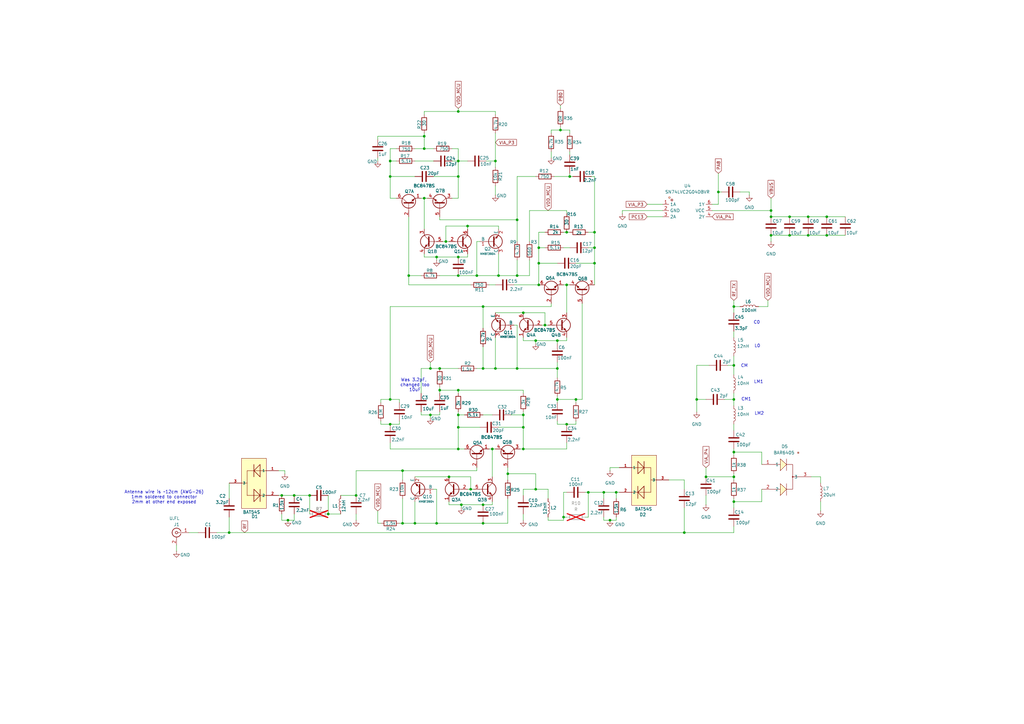
<source format=kicad_sch>
(kicad_sch (version 20250114) (generator "eeschema") (generator_version "9.0")
  (paper "A3")
  (text "CM" (at 305.308 150.114 0) (effects (font (size 1.27 1.27))))
  (text "LM1" (at 311.15 156.718 0) (effects (font (size 1.27 1.27))))
  (text "LM2" (at 311.404 169.672 0) (effects (font (size 1.27 1.27))))
  (text "C0" (at 310.388 132.334 0) (effects (font (size 1.27 1.27))))
  (text "Was 3.2pF, \nchanged too\n10uF" (at 170.18 157.988 0) (effects (font (size 1.27 1.27))))
  (text "Antenna wire is ~12cm (AWG-26)\n1mm soldered to connector\n2mm at other end exposed" (at 67.31 203.962 0) (effects (font (size 1.27 1.27))))
  (text "CM1" (at 306.07 163.83 0) (effects (font (size 1.27 1.27))))
  (text "L0" (at 310.642 141.986 0) (effects (font (size 1.27 1.27))))
  (junction (at 182.88 99.06))
  (junction (at 179.07 105.41))
  (junction (at 208.28 194.31))
  (junction (at 187.96 105.41))
  (junction (at 316.23 88.9))
  (junction (at 203.2 66.04))
  (junction (at 127 203.2))
  (junction (at 203.2 151.13))
  (junction (at 184.15 195.58))
  (junction (at 243.84 95.25))
  (junction (at 187.96 175.26))
  (junction (at 339.09 96.52))
  (junction (at 198.12 207.01))
  (junction (at 300.99 185.42))
  (junction (at 232.41 116.84))
  (junction (at 187.96 184.15))
  (junction (at 219.71 139.7))
  (junction (at 173.99 55.88))
  (junction (at 198.12 151.13))
  (junction (at 323.85 88.9))
  (junction (at 212.09 113.03))
  (junction (at 191.77 92.71))
  (junction (at 195.58 113.03))
  (junction (at 176.53 151.13))
  (junction (at 220.98 107.95))
  (junction (at 93.98 218.44))
  (junction (at 300.99 205.74))
  (junction (at 173.99 81.28))
  (junction (at 243.84 101.6))
  (junction (at 289.56 195.58))
  (junction (at 228.6 163.83))
  (junction (at 193.04 200.66))
  (junction (at 170.18 214.63))
  (junction (at 294.64 78.74))
  (junction (at 198.12 125.73))
  (junction (at 339.09 88.9))
  (junction (at 252.73 201.93))
  (junction (at 180.34 151.13))
  (junction (at 214.63 184.15))
  (junction (at 212.09 151.13))
  (junction (at 233.68 72.39))
  (junction (at 187.96 72.39))
  (junction (at 223.52 133.35))
  (junction (at 201.93 184.15))
  (junction (at 167.64 113.03))
  (junction (at 187.96 66.04))
  (junction (at 316.23 96.52))
  (junction (at 165.1 193.04))
  (junction (at 331.47 96.52))
  (junction (at 243.84 107.95))
  (junction (at 232.41 95.25))
  (junction (at 331.47 88.9))
  (junction (at 189.23 207.01))
  (junction (at 300.99 149.86))
  (junction (at 187.96 160.02))
  (junction (at 118.11 213.36))
  (junction (at 187.96 45.72))
  (junction (at 247.65 201.93))
  (junction (at 179.07 214.63))
  (junction (at 204.47 113.03))
  (junction (at 323.85 96.52))
  (junction (at 160.02 173.99))
  (junction (at 165.1 214.63))
  (junction (at 250.19 213.36))
  (junction (at 300.99 125.73))
  (junction (at 300.99 195.58))
  (junction (at 280.67 218.44))
  (junction (at 214.63 175.26))
  (junction (at 115.57 203.2))
  (junction (at 219.71 200.66))
  (junction (at 198.12 214.63))
  (junction (at 214.63 128.27))
  (junction (at 187.96 170.18))
  (junction (at 160.02 72.39))
  (junction (at 160.02 66.04))
  (junction (at 300.99 163.83))
  (junction (at 134.62 210.82))
  (junction (at 180.34 160.02))
  (junction (at 120.65 203.2))
  (junction (at 220.98 116.84))
  (junction (at 187.96 113.03))
  (junction (at 212.09 90.17))
  (junction (at 232.41 173.99))
  (junction (at 229.87 53.34))
  (junction (at 241.3 201.93))
  (junction (at 285.75 163.83))
  (junction (at 173.99 60.96))
  (junction (at 316.23 86.36))
  (junction (at 146.05 203.2))
  (junction (at 228.6 139.7))
  (junction (at 236.22 163.83))
  (junction (at 176.53 170.18))
  (junction (at 214.63 170.18))
  (junction (at 231.14 212.09))
  (junction (at 220.98 101.6))
  (junction (at 160.02 163.83))
  (junction (at 228.6 151.13))
  (wire (pts (xy 170.18 195.58) (xy 184.15 195.58)))
  (wire (pts (xy 165.1 193.04) (xy 165.1 196.85)))
  (wire (pts (xy 300.99 205.74) (xy 312.42 205.74)))
  (wire (pts (xy 265.43 88.9) (xy 271.78 88.9)))
  (wire (pts (xy 187.96 72.39) (xy 177.8 72.39)))
  (wire (pts (xy 167.64 113.03) (xy 172.72 113.03)))
  (wire (pts (xy 146.05 193.04) (xy 165.1 193.04)))
  (wire (pts (xy 195.58 151.13) (xy 198.12 151.13)))
  (wire (pts (xy 231.14 212.09) (xy 232.41 212.09)))
  (wire (pts (xy 314.96 125.73) (xy 314.96 123.19)))
  (wire (pts (xy 93.98 218.44) (xy 280.67 218.44)))
  (wire (pts (xy 236.22 163.83) (xy 238.76 163.83)))
  (wire (pts (xy 295.91 78.74) (xy 294.64 78.74)))
  (wire (pts (xy 195.58 193.04) (xy 195.58 191.77)))
  (wire (pts (xy 163.83 163.83) (xy 160.02 163.83)))
  (wire (pts (xy 223.52 133.35) (xy 224.79 133.35)))
  (wire (pts (xy 173.99 105.41) (xy 173.99 104.14)))
  (wire (pts (xy 241.3 201.93) (xy 247.65 201.93)))
  (wire (pts (xy 208.28 194.31) (xy 208.28 196.85)))
  (wire (pts (xy 120.65 213.36) (xy 118.11 213.36)))
  (wire (pts (xy 316.23 96.52) (xy 316.23 99.06)))
  (wire (pts (xy 115.57 210.82) (xy 115.57 213.36)))
  (wire (pts (xy 300.99 185.42) (xy 312.42 185.42)))
  (wire (pts (xy 300.99 125.73) (xy 300.99 128.27)))
  (wire (pts (xy 204.47 113.03) (xy 212.09 113.03)))
  (wire (pts (xy 241.3 201.93) (xy 241.3 212.09)))
  (wire (pts (xy 203.2 76.2) (xy 203.2 80.01)))
  (wire (pts (xy 228.6 165.1) (xy 228.6 163.83)))
  (wire (pts (xy 312.42 200.66) (xy 312.42 205.74)))
  (wire (pts (xy 191.77 200.66) (xy 193.04 200.66)))
  (wire (pts (xy 160.02 184.15) (xy 160.02 181.61)))
  (wire (pts (xy 160.02 163.83) (xy 156.21 163.83)))
  (wire (pts (xy 179.07 105.41) (xy 187.96 105.41)))
  (wire (pts (xy 316.23 96.52) (xy 323.85 96.52)))
  (wire (pts (xy 236.22 107.95) (xy 243.84 107.95)))
  (wire (pts (xy 224.79 213.36) (xy 231.14 213.36)))
  (wire (pts (xy 252.73 213.36) (xy 250.19 213.36)))
  (wire (pts (xy 187.96 184.15) (xy 190.5 184.15)))
  (wire (pts (xy 289.56 163.83) (xy 285.75 163.83)))
  (wire (pts (xy 160.02 125.73) (xy 160.02 163.83)))
  (wire (pts (xy 177.8 66.04) (xy 170.18 66.04)))
  (wire (pts (xy 173.99 46.99) (xy 173.99 45.72)))
  (wire (pts (xy 238.76 124.46) (xy 238.76 163.83)))
  (wire (pts (xy 228.6 173.99) (xy 232.41 173.99)))
  (wire (pts (xy 265.43 83.82) (xy 271.78 83.82)))
  (wire (pts (xy 160.02 184.15) (xy 187.96 184.15)))
  (wire (pts (xy 300.99 163.83) (xy 300.99 166.37)))
  (wire (pts (xy 180.34 170.18) (xy 176.53 170.18)))
  (wire (pts (xy 180.34 113.03) (xy 187.96 113.03)))
  (wire (pts (xy 250.19 191.77) (xy 250.19 193.04)))
  (wire (pts (xy 300.99 184.15) (xy 300.99 185.42)))
  (wire (pts (xy 220.98 95.25) (xy 220.98 101.6)))
  (wire (pts (xy 231.14 213.36) (xy 231.14 212.09)))
  (wire (pts (xy 298.45 149.86) (xy 300.99 149.86)))
  (wire (pts (xy 214.63 168.91) (xy 214.63 170.18)))
  (wire (pts (xy 300.99 146.05) (xy 300.99 149.86)))
  (wire (pts (xy 187.96 66.04) (xy 187.96 72.39)))
  (wire (pts (xy 170.18 214.63) (xy 179.07 214.63)))
  (wire (pts (xy 336.55 205.74) (xy 336.55 209.55)))
  (wire (pts (xy 185.42 60.96) (xy 187.96 60.96)))
  (wire (pts (xy 300.99 204.47) (xy 300.99 205.74)))
  (wire (pts (xy 191.77 92.71) (xy 182.88 92.71)))
  (wire (pts (xy 219.71 194.31) (xy 219.71 200.66)))
  (wire (pts (xy 139.7 203.2) (xy 146.05 203.2)))
  (wire (pts (xy 187.96 44.45) (xy 187.96 45.72)))
  (wire (pts (xy 241.3 95.25) (xy 243.84 95.25)))
  (wire (pts (xy 154.94 55.88) (xy 154.94 57.15)))
  (wire (pts (xy 203.2 45.72) (xy 203.2 46.99)))
  (wire (pts (xy 162.56 66.04) (xy 160.02 66.04)))
  (wire (pts (xy 223.52 133.35) (xy 222.25 133.35)))
  (wire (pts (xy 176.53 170.18) (xy 176.53 171.45)))
  (wire (pts (xy 228.6 172.72) (xy 228.6 173.99)))
  (wire (pts (xy 224.79 200.66) (xy 224.79 204.47)))
  (wire (pts (xy 179.07 200.66) (xy 179.07 214.63)))
  (wire (pts (xy 201.93 170.18) (xy 198.12 170.18)))
  (wire (pts (xy 198.12 134.62) (xy 198.12 125.73)))
  (wire (pts (xy 214.63 210.82) (xy 214.63 213.36)))
  (wire (pts (xy 300.99 185.42) (xy 300.99 186.69)))
  (wire (pts (xy 280.67 208.28) (xy 280.67 218.44)))
  (wire (pts (xy 312.42 190.5) (xy 312.42 185.42)))
  (wire (pts (xy 198.12 207.01) (xy 201.93 207.01)))
  (wire (pts (xy 233.68 62.23) (xy 233.68 63.5)))
  (wire (pts (xy 300.99 123.19) (xy 300.99 125.73)))
  (wire (pts (xy 173.99 81.28) (xy 172.72 81.28)))
  (wire (pts (xy 165.1 193.04) (xy 195.58 193.04)))
  (wire (pts (xy 214.63 200.66) (xy 219.71 200.66)))
  (wire (pts (xy 184.15 195.58) (xy 193.04 195.58)))
  (wire (pts (xy 162.56 60.96) (xy 160.02 60.96)))
  (wire (pts (xy 179.07 214.63) (xy 198.12 214.63)))
  (wire (pts (xy 120.65 210.82) (xy 120.65 213.36)))
  (wire (pts (xy 232.41 201.93) (xy 231.14 201.93)))
  (wire (pts (xy 289.56 191.77) (xy 289.56 195.58)))
  (wire (pts (xy 160.02 72.39) (xy 160.02 81.28)))
  (wire (pts (xy 179.07 105.41) (xy 173.99 105.41)))
  (wire (pts (xy 303.53 78.74) (xy 307.34 78.74)))
  (wire (pts (xy 280.67 196.85) (xy 280.67 200.66)))
  (wire (pts (xy 300.99 195.58) (xy 300.99 196.85)))
  (wire (pts (xy 163.83 173.99) (xy 160.02 173.99)))
  (wire (pts (xy 228.6 139.7) (xy 232.41 139.7)))
  (wire (pts (xy 72.39 223.52) (xy 72.39 226.06)))
  (wire (pts (xy 88.9 218.44) (xy 93.98 218.44)))
  (wire (pts (xy 300.99 125.73) (xy 303.53 125.73)))
  (wire (pts (xy 300.99 194.31) (xy 300.99 195.58)))
  (wire (pts (xy 184.15 207.01) (xy 189.23 207.01)))
  (wire (pts (xy 220.98 95.25) (xy 223.52 95.25)))
  (wire (pts (xy 247.65 213.36) (xy 250.19 213.36)))
  (wire (pts (xy 187.96 170.18) (xy 187.96 175.26)))
  (wire (pts (xy 224.79 212.09) (xy 224.79 213.36)))
  (wire (pts (xy 292.1 86.36) (xy 316.23 86.36)))
  (wire (pts (xy 210.82 116.84) (xy 220.98 116.84)))
  (wire (pts (xy 134.62 203.2) (xy 134.62 210.82)))
  (wire (pts (xy 243.84 95.25) (xy 243.84 72.39)))
  (wire (pts (xy 243.84 101.6) (xy 241.3 101.6)))
  (wire (pts (xy 323.85 96.52) (xy 331.47 96.52)))
  (wire (pts (xy 176.53 170.18) (xy 172.72 170.18)))
  (wire (pts (xy 233.68 116.84) (xy 232.41 116.84)))
  (wire (pts (xy 316.23 81.28) (xy 316.23 86.36)))
  (wire (pts (xy 241.3 212.09) (xy 240.03 212.09)))
  (wire (pts (xy 234.95 72.39) (xy 233.68 72.39)))
  (wire (pts (xy 173.99 81.28) (xy 173.99 93.98)))
  (wire (pts (xy 212.09 151.13) (xy 228.6 151.13)))
  (wire (pts (xy 214.63 175.26) (xy 204.47 175.26)))
  (wire (pts (xy 285.75 168.91) (xy 285.75 163.83)))
  (wire (pts (xy 243.84 95.25) (xy 243.84 101.6)))
  (wire (pts (xy 316.23 88.9) (xy 323.85 88.9)))
  (wire (pts (xy 177.8 200.66) (xy 179.07 200.66)))
  (wire (pts (xy 156.21 173.99) (xy 160.02 173.99)))
  (wire (pts (xy 232.41 86.36) (xy 232.41 87.63)))
  (wire (pts (xy 208.28 194.31) (xy 219.71 194.31)))
  (wire (pts (xy 323.85 88.9) (xy 331.47 88.9)))
  (wire (pts (xy 311.15 125.73) (xy 314.96 125.73)))
  (wire (pts (xy 209.55 170.18) (xy 214.63 170.18)))
  (wire (pts (xy 154.94 214.63) (xy 154.94 209.55)))
  (wire (pts (xy 77.47 218.44) (xy 81.28 218.44)))
  (wire (pts (xy 173.99 45.72) (xy 187.96 45.72)))
  (wire (pts (xy 247.65 204.47) (xy 247.65 201.93)))
  (wire (pts (xy 176.53 151.13) (xy 180.34 151.13)))
  (wire (pts (xy 233.68 53.34) (xy 229.87 53.34)))
  (wire (pts (xy 228.6 151.13) (xy 228.6 154.94)))
  (wire (pts (xy 232.41 116.84) (xy 232.41 128.27)))
  (wire (pts (xy 219.71 139.7) (xy 228.6 139.7)))
  (wire (pts (xy 229.87 53.34) (xy 229.87 52.07)))
  (wire (pts (xy 203.2 66.04) (xy 199.39 66.04)))
  (wire (pts (xy 300.99 218.44) (xy 300.99 215.9)))
  (wire (pts (xy 163.83 214.63) (xy 165.1 214.63)))
  (wire (pts (xy 116.84 193.04) (xy 116.84 194.31)))
  (wire (pts (xy 243.84 107.95) (xy 243.84 116.84)))
  (wire (pts (xy 285.75 149.86) (xy 290.83 149.86)))
  (wire (pts (xy 156.21 163.83) (xy 156.21 165.1)))
  (wire (pts (xy 182.88 99.06) (xy 181.61 99.06)))
  (wire (pts (xy 233.68 101.6) (xy 231.14 101.6)))
  (wire (pts (xy 200.66 184.15) (xy 201.93 184.15)))
  (wire (pts (xy 220.98 101.6) (xy 220.98 107.95)))
  (wire (pts (xy 339.09 96.52) (xy 346.71 96.52)))
  (wire (pts (xy 201.93 184.15) (xy 203.2 184.15)))
  (wire (pts (xy 127 203.2) (xy 127 210.82)))
  (wire (pts (xy 219.71 200.66) (xy 224.79 200.66)))
  (wire (pts (xy 165.1 214.63) (xy 170.18 214.63)))
  (wire (pts (xy 252.73 212.09) (xy 252.73 213.36)))
  (wire (pts (xy 187.96 45.72) (xy 203.2 45.72)))
  (wire (pts (xy 255.27 86.36) (xy 271.78 86.36)))
  (wire (pts (xy 220.98 107.95) (xy 228.6 107.95)))
  (wire (pts (xy 134.62 210.82) (xy 139.7 210.82)))
  (wire (pts (xy 184.15 99.06) (xy 182.88 99.06)))
  (wire (pts (xy 232.41 139.7) (xy 232.41 138.43)))
  (wire (pts (xy 240.03 201.93) (xy 241.3 201.93)))
  (wire (pts (xy 191.77 105.41) (xy 191.77 104.14)))
  (wire (pts (xy 146.05 210.82) (xy 146.05 213.36)))
  (wire (pts (xy 173.99 55.88) (xy 173.99 54.61)))
  (wire (pts (xy 194.31 200.66) (xy 193.04 200.66)))
  (wire (pts (xy 203.2 66.04) (xy 203.2 68.58)))
  (wire (pts (xy 173.99 60.96) (xy 170.18 60.96)))
  (wire (pts (xy 198.12 142.24) (xy 198.12 151.13)))
  (wire (pts (xy 300.99 173.99) (xy 300.99 176.53)))
  (wire (pts (xy 180.34 151.13) (xy 187.96 151.13)))
  (wire (pts (xy 236.22 163.83) (xy 236.22 165.1)))
  (wire (pts (xy 233.68 54.61) (xy 233.68 53.34)))
  (wire (pts (xy 180.34 168.91) (xy 180.34 170.18)))
  (wire (pts (xy 336.55 195.58) (xy 336.55 198.12)))
  (wire (pts (xy 170.18 205.74) (xy 170.18 214.63)))
  (wire (pts (xy 300.99 135.89) (xy 300.99 138.43)))
  (wire (pts (xy 115.57 203.2) (xy 120.65 203.2)))
  (wire (pts (xy 193.04 195.58) (xy 193.04 200.66)))
  (wire (pts (xy 154.94 214.63) (xy 156.21 214.63)))
  (wire (pts (xy 204.47 104.14) (xy 204.47 113.03)))
  (wire (pts (xy 184.15 205.74) (xy 184.15 207.01)))
  (wire (pts (xy 252.73 201.93) (xy 254 201.93)))
  (wire (pts (xy 160.02 72.39) (xy 170.18 72.39)))
  (wire (pts (xy 300.99 149.86) (xy 300.99 153.67)))
  (wire (pts (xy 93.98 212.09) (xy 93.98 218.44)))
  (wire (pts (xy 307.34 78.74) (xy 307.34 80.01)))
  (wire (pts (xy 229.87 43.18) (xy 229.87 44.45)))
  (wire (pts (xy 154.94 64.77) (xy 154.94 66.04)))
  (wire (pts (xy 198.12 151.13) (xy 203.2 151.13)))
  (wire (pts (xy 173.99 55.88) (xy 173.99 60.96)))
  (wire (pts (xy 203.2 138.43) (xy 203.2 151.13)))
  (wire (pts (xy 214.63 139.7) (xy 219.71 139.7)))
  (wire (pts (xy 213.36 184.15) (xy 214.63 184.15)))
  (wire (pts (xy 187.96 66.04) (xy 191.77 66.04)))
  (wire (pts (xy 203.2 54.61) (xy 203.2 66.04)))
  (wire (pts (xy 232.41 181.61) (xy 232.41 184.15)))
  (wire (pts (xy 226.06 125.73) (xy 226.06 124.46)))
  (wire (pts (xy 165.1 204.47) (xy 165.1 214.63)))
  (wire (pts (xy 187.96 60.96) (xy 187.96 66.04)))
  (wire (pts (xy 212.09 113.03) (xy 217.17 113.03)))
  (wire (pts (xy 316.23 88.9) (xy 316.23 86.36)))
  (wire (pts (xy 227.33 72.39) (xy 233.68 72.39)))
  (wire (pts (xy 198.12 125.73) (xy 226.06 125.73)))
  (wire (pts (xy 217.17 99.06) (xy 217.17 86.36)))
  (wire (pts (xy 300.99 161.29) (xy 300.99 163.83)))
  (wire (pts (xy 208.28 204.47) (xy 208.28 214.63)))
  (wire (pts (xy 228.6 162.56) (xy 228.6 163.83)))
  (wire (pts (xy 185.42 66.04) (xy 187.96 66.04)))
  (wire (pts (xy 226.06 54.61) (xy 226.06 53.34)))
  (wire (pts (xy 226.06 62.23) (xy 226.06 64.77)))
  (wire (pts (xy 339.09 88.9) (xy 346.71 88.9)))
  (wire (pts (xy 187.96 168.91) (xy 187.96 170.18)))
  (wire (pts (xy 212.09 90.17) (xy 212.09 72.39)))
  (wire (pts (xy 243.84 72.39) (xy 242.57 72.39)))
  (wire (pts (xy 228.6 148.59) (xy 228.6 151.13)))
  (wire (pts (xy 212.09 133.35) (xy 210.82 133.35)))
  (wire (pts (xy 187.96 81.28) (xy 185.42 81.28)))
  (wire (pts (xy 226.06 53.34) (xy 229.87 53.34)))
  (wire (pts (xy 231.14 201.93) (xy 231.14 212.09)))
  (wire (pts (xy 214.63 200.66) (xy 214.63 203.2)))
  (wire (pts (xy 180.34 160.02) (xy 187.96 160.02)))
  (wire (pts (xy 187.96 160.02) (xy 214.63 160.02)))
  (wire (pts (xy 212.09 72.39) (xy 219.71 72.39)))
  (wire (pts (xy 217.17 106.68) (xy 217.17 113.03)))
  (wire (pts (xy 294.64 71.12) (xy 294.64 78.74)))
  (wire (pts (xy 331.47 96.52) (xy 339.09 96.52)))
  (wire (pts (xy 294.64 83.82) (xy 292.1 83.82)))
  (wire (pts (xy 217.17 86.36) (xy 232.41 86.36)))
  (wire (pts (xy 167.64 113.03) (xy 167.64 116.84)))
  (wire (pts (xy 191.77 105.41) (xy 187.96 105.41)))
  (wire (pts (xy 116.84 193.04) (xy 114.3 193.04)))
  (wire (pts (xy 187.96 175.26) (xy 196.85 175.26)))
  (wire (pts (xy 156.21 172.72) (xy 156.21 173.99)))
  (wire (pts (xy 233.68 95.25) (xy 232.41 95.25)))
  (wire (pts (xy 214.63 128.27) (xy 223.52 128.27)))
  (wire (pts (xy 252.73 204.47) (xy 252.73 201.93)))
  (wire (pts (xy 212.09 99.06) (xy 212.09 90.17)))
  (wire (pts (xy 167.64 88.9) (xy 167.64 113.03)))
  (wire (pts (xy 160.02 81.28) (xy 162.56 81.28)))
  (wire (pts (xy 203.2 128.27) (xy 214.63 128.27)))
  (wire (pts (xy 172.72 170.18) (xy 172.72 168.91)))
  (wire (pts (xy 182.88 99.06) (xy 182.88 92.71)))
  (wire (pts (xy 254 191.77) (xy 250.19 191.77)))
  (wire (pts (xy 331.47 88.9) (xy 339.09 88.9)))
  (wire (pts (xy 172.72 151.13) (xy 176.53 151.13)))
  (wire (pts (xy 294.64 78.74) (xy 294.64 83.82)))
  (wire (pts (xy 120.65 203.2) (xy 127 203.2)))
  (wire (pts (xy 114.3 203.2) (xy 115.57 203.2)))
  (wire (pts (xy 191.77 92.71) (xy 191.77 93.98)))
  (wire (pts (xy 236.22 172.72) (xy 236.22 173.99)))
  (wire (pts (xy 179.07 105.41) (xy 179.07 106.68)))
  (wire (pts (xy 233.68 71.12) (xy 233.68 72.39)))
  (wire (pts (xy 228.6 163.83) (xy 236.22 163.83)))
  (wire (pts (xy 220.98 116.84) (xy 220.98 107.95)))
  (wire (pts (xy 163.83 172.72) (xy 163.83 173.99)))
  (wire (pts (xy 289.56 203.2) (xy 289.56 207.01)))
  (wire (pts (xy 223.52 128.27) (xy 223.52 133.35)))
  (wire (pts (xy 187.96 113.03) (xy 195.58 113.03)))
  (wire (pts (xy 93.98 198.12) (xy 93.98 204.47)))
  (wire (pts (xy 177.8 60.96) (xy 173.99 60.96)))
  (wire (pts (xy 187.96 72.39) (xy 187.96 81.28)))
  (wire (pts (xy 300.99 205.74) (xy 300.99 208.28)))
  (wire (pts (xy 247.65 212.09) (xy 247.65 213.36)))
  (wire (pts (xy 160.02 66.04) (xy 160.02 72.39)))
  (wire (pts (xy 214.63 161.29) (xy 214.63 160.02)))
  (wire (pts (xy 214.63 184.15) (xy 232.41 184.15)))
  (wire (pts (xy 196.85 99.06) (xy 195.58 99.06)))
  (wire (pts (xy 195.58 99.06) (xy 195.58 113.03)))
  (wire (pts (xy 236.22 173.99) (xy 232.41 173.99)))
  (wire (pts (xy 195.58 113.03) (xy 204.47 113.03)))
  (wire (pts (xy 163.83 163.83) (xy 163.83 165.1)))
  (wire (pts (xy 187.96 184.15) (xy 187.96 175.26)))
  (wire (pts (xy 176.53 148.59) (xy 176.53 151.13)))
  (wire (pts (xy 173.99 55.88) (xy 154.94 55.88)))
  (wire (pts (xy 231.14 116.84) (xy 232.41 116.84)))
  (wire (pts (xy 204.47 92.71) (xy 191.77 92.71)))
  (wire (pts (xy 189.23 207.01) (xy 198.12 207.01)))
  (wire (pts (xy 189.23 207.01) (xy 189.23 208.28)))
  (wire (pts (xy 201.93 184.15) (xy 201.93 195.58)))
  (wire (pts (xy 180.34 158.75) (xy 180.34 160.02)))
  (wire (pts (xy 212.09 106.68) (xy 212.09 113.03)))
  (wire (pts (xy 180.34 90.17) (xy 212.09 90.17)))
  (wire (pts (xy 200.66 116.84) (xy 203.2 116.84)))
  (wire (pts (xy 160.02 60.96) (xy 160.02 66.04)))
  (wire (pts (xy 220.98 101.6) (xy 223.52 101.6)))
  (wire (pts (xy 243.84 107.95) (xy 243.84 101.6)))
  (wire (pts (xy 175.26 81.28) (xy 173.99 81.28)))
  (wire (pts (xy 172.72 151.13) (xy 172.72 161.29)))
  (wire (pts (xy 219.71 140.97) (xy 219.71 139.7)))
  (wire (pts (xy 280.67 218.44) (xy 300.99 218.44)))
  (wire (pts (xy 228.6 139.7) (xy 228.6 140.97)))
  (wire (pts (xy 285.75 149.86) (xy 285.75 163.83)))
  (wire (pts (xy 198.12 125.73) (xy 160.02 125.73)))
  (wire (pts (xy 208.28 191.77) (xy 208.28 194.31)))
  (wire (pts (xy 167.64 116.84) (xy 193.04 116.84)))
  (wire (pts (xy 180.34 160.02) (xy 180.34 161.29)))
  (wire (pts (xy 187.96 170.18) (xy 190.5 170.18)))
  (wire (pts (xy 297.18 163.83) (xy 300.99 163.83)))
  (wire (pts (xy 214.63 184.15) (xy 214.63 175.26)))
  (wire (pts (xy 212.09 133.35) (xy 212.09 151.13)))
  (wire (pts (xy 255.27 86.36) (xy 255.27 87.63)))
  (wire (pts (xy 247.65 201.93) (xy 252.73 201.93)))
  (wire (pts (xy 146.05 193.04) (xy 146.05 203.2)))
  (wire (pts (xy 198.12 214.63) (xy 208.28 214.63)))
  (wire (pts (xy 204.47 93.98) (xy 204.47 92.71)))
  (wire (pts (xy 187.96 160.02) (xy 187.96 161.29)))
  (wire (pts (xy 203.2 151.13) (xy 212.09 151.13)))
  (wire (pts (xy 214.63 138.43) (xy 214.63 139.7)))
  (wire (pts (xy 115.57 213.36) (xy 118.11 213.36)))
  (wire (pts (xy 274.32 196.85) (xy 280.67 196.85)))
  (wire (pts (xy 214.63 175.26) (xy 214.63 170.18)))
  (wire (pts (xy 332.74 195.58) (xy 336.55 195.58)))
  (wire (pts (xy 180.34 90.17) (xy 180.34 88.9)))
  (wire (pts (xy 231.14 95.25) (xy 232.41 95.25)))
  (wire (pts (xy 289.56 195.58) (xy 300.99 195.58)))
  (wire (pts (xy 201.93 205.74) (xy 201.93 207.01)))
  (global_label "VDD_MCU" (shape input) (at 187.96 44.45 90) (property "Intersheetrefs" "${INTERSHEET_REFS}" (effects (hide yes))))
  (global_label "PA8" (shape input) (at 294.64 71.12 90) (property "Intersheetrefs" "${INTERSHEET_REFS}" (effects (hide yes))))
  (global_label "RF_TX" (shape input) (at 300.99 123.19 90) (property "Intersheetrefs" "${INTERSHEET_REFS}" (effects (hide yes))))
  (global_label "VDD_MCU" (shape input) (at 154.94 209.55 90) (property "Intersheetrefs" "${INTERSHEET_REFS}" (effects (hide yes))))
  (global_label "VIA_P4" (shape input) (at 289.56 191.77 90) (property "Intersheetrefs" "${INTERSHEET_REFS}" (effects (hide yes))))
  (global_label "VBUS" (shape input) (at 316.23 81.28 90) (property "Intersheetrefs" "${INTERSHEET_REFS}" (effects (hide yes))))
  (global_label "PB0" (shape input) (at 229.87 43.18 90) (property "Intersheetrefs" "${INTERSHEET_REFS}" (effects (hide yes))))
  (global_label "VDD_MCU" (shape input) (at 176.53 148.59 90) (property "Intersheetrefs" "${INTERSHEET_REFS}" (effects (hide yes))))
  (global_label "VIA_P3" (shape input) (at 265.43 83.82 180) (property "Intersheetrefs" "${INTERSHEET_REFS}" (effects (hide yes))))
  (global_label "RF" (shape input) (at 100.33 218.44 90) (property "Intersheetrefs" "${INTERSHEET_REFS}" (effects (hide yes))))
  (global_label "VDD_MCU" (shape input) (at 314.96 123.19 90) (property "Intersheetrefs" "${INTERSHEET_REFS}" (effects (hide yes))))
  (global_label "VIA_P3" (shape input) (at 203.2 58.42 0) (property "Intersheetrefs" "${INTERSHEET_REFS}" (effects (hide yes))))
  (global_label "VDD_MCU" (shape input) (at 224.79 86.36 90) (property "Intersheetrefs" "${INTERSHEET_REFS}" (effects (hide yes))))
  (global_label "VIA_P4" (shape input) (at 292.1 88.9 0) (property "Intersheetrefs" "${INTERSHEET_REFS}" (effects (hide yes))))
  (global_label "PC13" (shape input) (at 265.43 88.9 180) (property "Intersheetrefs" "${INTERSHEET_REFS}" (effects (hide yes))))
  (symbol (lib_id "Device:C") (at 300.99 180.34 0) (unit 1)
    (property "Reference" "C42" (at 301.752 178.308 0) (effects (justify left)))
    (property "Value" "100pF" (at 302.006 182.372 0) (effects (justify left)))
    (property "Footprint" "Capacitor_SMD:C_0805_2012Metric_Pad1.18x1.45mm_HandSolder" (effects (hide yes)))
    (property "Description" "Unpolarized capacitor" (effects (hide yes)))
  )
  (symbol (lib_id "Device:C") (at 173.99 72.39 90) (mirror x) (unit 1)
    (property "Reference" "C23" (at 174.244 68.834 90))
    (property "Value" "20pF" (at 177.8 71.12 90))
    (property "Footprint" "Capacitor_SMD:C_0805_2012Metric_Pad1.18x1.45mm_HandSolder" (effects (hide yes)))
    (property "Description" "Unpolarized capacitor" (effects (hide yes)))
  )
  (symbol (lib_id "power:GND") (at 226.06 64.77 0) (mirror y) (unit 1)
    (property "Reference" "#PWR030" (effects (hide yes)))
    (property "Value" "GND" (at 228.6 65.024 0))
    (property "Description" "Power symbol creates a global label with name \"GND\" , ground" (effects (hide yes)))
  )
  (symbol (lib_id "Device:R") (at 232.41 91.44 0) (mirror x) (unit 1)
    (property "Reference" "R16" (at 234.442 87.884 0))
    (property "Value" "30" (at 232.41 91.186 90))
    (property "Footprint" "Resistor_SMD:R_0805_2012Metric_Pad1.20x1.40mm_HandSolder" (effects (hide yes)))
    (property "Description" "Resistor" (effects (hide yes)))
  )
  (symbol (lib_id "LCSC_EasyEDA:SN74LVC2G04DBVR") (at 281.94 86.36 0) (unit 1)
    (property "Reference" "U4" (at 281.94 76.2 0))
    (property "Value" "SN74LVC2G04DBVR" (at 281.94 78.74 0))
    (property "Footprint" "EasyEDA:SOT-23-6_L2.9-W1.6-P0.95-LS2.8-BR" (effects (hide yes)))
    (property "Datasheet" "https://lcsc.com/product-detail/74-Series_TI_SN74LVC2G04DBVR_SN74LVC2G04DBVR_C10428.html" (effects (hide yes)))
    (property "LCSC Part" "C10428" (effects (hide yes)))
  )
  (symbol (lib_id "Device:R") (at 115.57 207.01 0) (unit 1)
    (property "Reference" "R1" (at 111.76 207.264 0) (effects (justify left)))
    (property "Value" "1.5k" (at 115.57 209.296 90) (effects (justify left)))
    (property "Footprint" "Resistor_SMD:R_0805_2012Metric_Pad1.20x1.40mm_HandSolder" (effects (hide yes)))
    (property "Description" "Resistor" (effects (hide yes)))
  )
  (symbol (lib_id "PCM_JLCPCB-Transistors:NPN,MMBT3904") (at 201.93 99.06 0) (mirror x) (unit 1)
    (property "Reference" "Q2" (at 198.628 102.108 0) (effects (justify left)))
    (property "Value" "MMBT3904" (at 196.85 104.14 0) (effects (font (size 0.8 0.8)) (justify left)))
    (property "Footprint" "PCM_JLCPCB:Q_SOT-23" (effects (hide yes)))
    (property "Datasheet" "https://wmsc.lcsc.com/wmsc/upload/file/pdf/v2/lcsc/2312221203_hongjiacheng-MMBT3904_C7420353.pdf" (effects (hide yes)))
    (property "Description" "40V 200mW 100@10mA,1.0V 200mA NPN SOT-23 Bipolar (BJT) ROHS" (effects (hide yes)))
    (property "LCSC" "C7420353" (effects (hide yes)))
    (property "Stock" "795529" (effects (hide yes)))
    (property "Price" "0.013USD" (effects (hide yes)))
    (property "Process" "SMT" (effects (hide yes)))
    (property "Minimum Qty" "10" (effects (hide yes)))
    (property "Attrition Qty" "5" (effects (hide yes)))
    (property "Class" "Preferred Component" (effects (hide yes)))
    (property "Category" "Triode/MOS Tube/Transistor,Bipolar Transistors - BJT" (effects (hide yes)))
    (property "Manufacturer" "hongjiacheng" (effects (hide yes)))
    (property "Part" "MMBT3904" (effects (hide yes)))
    (property "Transition Frequency (fT)" "300MHz" (effects (hide yes)))
    (property "Operating Temperature" "-55°C~+150°C" (effects (hide yes)))
    (property "Collector Cut-Off Current (Icbo)" "0.1uA" (effects (hide yes)))
    (property "Transistor Type" "NPN" (effects (hide yes)))
    (property "DC Current Gain (hFE@Ic,Vce)" "100@10mA,1.0V" (effects (hide yes)))
    (property "Power Dissipation (Pd)" "null" (effects (hide yes)))
    (property "Collector Current (Ic)" "null" (effects (hide yes)))
    (property "Collector-Emitter Saturation Voltage (VCE(sat)@Ic,Ib)" "0.3V@50mA,5.0mA" (effects (hide yes)))
    (property "Collector-Emitter Breakdown Voltage (Vceo)" "null" (effects (hide yes)))
  )
  (symbol (lib_id "PCM_JLCPCB-Transistor-Packages:NPN, 2 Channel, BC847BS") (at 176.53 99.06 0) (mirror y) (unit 2)
    (property "Reference" "Q1" (at 179.324 103.124 0) (effects (justify left)))
    (property "Value" "BC847BS" (at 187.452 101.092 0) (effects (justify left)))
    (property "Footprint" "PCM_JLCPCB:SOT-363_SC-70-6" (effects (hide yes)))
    (property "Datasheet" "https://www.lcsc.com/datasheet/lcsc_datasheet_2409041457_hongjiacheng-BC847BS_C41375126.pdf" (effects (hide yes)))
    (property "Description" "SOT-363 Bipolar (BJT) ROHS" (effects (hide yes)))
    (property "LCSC" "C41375126" (effects (hide yes)))
    (property "Stock" "13866" (effects (hide yes)))
    (property "Price" "0.032USD" (effects (hide yes)))
    (property "Process" "SMT" (effects (hide yes)))
    (property "Minimum Qty" "10" (effects (hide yes)))
    (property "Attrition Qty" "4" (effects (hide yes)))
    (property "Class" "Preferred Component" (effects (hide yes)))
    (property "Category" "Transistors/Thyristors,Bipolar (BJT)" (effects (hide yes)))
    (property "Manufacturer" "hongjiacheng" (effects (hide yes)))
    (property "Part" "BC847BS" (effects (hide yes)))
  )
  (symbol (lib_id "Device:C") (at 294.64 149.86 270) (unit 1)
    (property "Reference" "C44" (at 294.64 146.05 90))
    (property "Value" "2pF" (at 298.196 148.336 90))
    (property "Footprint" "Capacitor_SMD:C_0805_2012Metric_Pad1.18x1.45mm_HandSolder" (effects (hide yes)))
    (property "Description" "Unpolarized capacitor" (effects (hide yes)))
  )
  (symbol (lib_id "Device:R") (at 214.63 165.1 0) (mirror x) (unit 1)
    (property "Reference" "R28" (at 216.662 164.846 90))
    (property "Value" "3k" (at 214.63 164.846 90))
    (property "Footprint" "Resistor_SMD:R_0805_2012Metric_Pad1.20x1.40mm_HandSolder" (effects (hide yes)))
    (property "Description" "Resistor" (effects (hide yes)))
  )
  (symbol (lib_id "PCM_JLCPCB-Transistor-Packages:NPN, 2 Channel, BC847BS") (at 186.69 200.66 0) (mirror y) (unit 1)
    (property "Reference" "Q3" (at 188.976 204.978 0) (effects (justify left)))
    (property "Value" "BC847BS" (at 197.358 202.692 0) (effects (justify left)))
    (property "Footprint" "PCM_JLCPCB:SOT-363_SC-70-6" (effects (hide yes)))
    (property "Datasheet" "https://www.lcsc.com/datasheet/lcsc_datasheet_2409041457_hongjiacheng-BC847BS_C41375126.pdf" (effects (hide yes)))
    (property "Description" "SOT-363 Bipolar (BJT) ROHS" (effects (hide yes)))
    (property "LCSC" "C41375126" (effects (hide yes)))
    (property "Stock" "13866" (effects (hide yes)))
    (property "Price" "0.032USD" (effects (hide yes)))
    (property "Process" "SMT" (effects (hide yes)))
    (property "Minimum Qty" "10" (effects (hide yes)))
    (property "Attrition Qty" "4" (effects (hide yes)))
    (property "Class" "Preferred Component" (effects (hide yes)))
    (property "Category" "Transistors/Thyristors,Bipolar (BJT)" (effects (hide yes)))
    (property "Manufacturer" "hongjiacheng" (effects (hide yes)))
    (property "Part" "BC847BS" (effects (hide yes)))
  )
  (symbol (lib_id "Device:C") (at 233.68 67.31 0) (unit 1)
    (property "Reference" "C39" (at 235.712 65.024 0))
    (property "Value" "1nF" (at 235.712 69.342 0))
    (property "Footprint" "Capacitor_SMD:C_0805_2012Metric_Pad1.18x1.45mm_HandSolder" (effects (hide yes)))
    (property "Description" "Unpolarized capacitor" (effects (hide yes)))
  )
  (symbol (lib_id "Device:R") (at 300.99 190.5 180) (unit 1)
    (property "Reference" "R38" (at 306.07 190.754 0) (effects (justify left)))
    (property "Value" "1k" (at 300.99 189.484 90) (effects (justify left)))
    (property "Footprint" "Resistor_SMD:R_0805_2012Metric_Pad1.20x1.40mm_HandSolder" (effects (hide yes)))
    (property "Description" "Resistor" (effects (hide yes)))
  )
  (symbol (lib_id "Device:R") (at 173.99 50.8 0) (mirror x) (unit 1)
    (property "Reference" "R22" (at 171.958 51.054 90))
    (property "Value" "30" (at 173.99 50.546 90))
    (property "Footprint" "Resistor_SMD:R_0805_2012Metric_Pad1.20x1.40mm_HandSolder" (effects (hide yes)))
    (property "Description" "Resistor" (effects (hide yes)))
  )
  (symbol (lib_id "Device:R") (at 176.53 113.03 90) (mirror x) (unit 1)
    (property "Reference" "R8" (at 177.546 110.998 90) (effects (justify left)))
    (property "Value" "4.7k" (at 178.562 113.03 90) (effects (justify left)))
    (property "Footprint" "Resistor_SMD:R_0805_2012Metric_Pad1.20x1.40mm_HandSolder" (effects (hide yes)))
    (property "Description" "Resistor" (effects (hide yes)))
  )
  (symbol (lib_id "Device:C") (at 346.71 92.71 0) (unit 1)
    (property "Reference" "C62" (at 349.25 90.678 0))
    (property "Value" "10uF" (at 349.504 95.504 0))
    (property "Footprint" "Capacitor_SMD:C_1206_3216Metric_Pad1.33x1.80mm_HandSolder" (effects (hide yes)))
    (property "Description" "Unpolarized capacitor" (effects (hide yes)))
  )
  (symbol (lib_id "Device:C") (at 187.96 109.22 180) (unit 1)
    (property "Reference" "C8" (at 189.738 107.188 0))
    (property "Value" "100nF" (at 191.262 111.76 0))
    (property "Footprint" "Capacitor_SMD:C_0805_2012Metric_Pad1.18x1.45mm_HandSolder" (effects (hide yes)))
    (property "Description" "Unpolarized capacitor" (effects (hide yes)))
  )
  (symbol (lib_id "power:GND") (at 154.94 66.04 0) (unit 1)
    (property "Reference" "#PWR026" (effects (hide yes)))
    (property "Value" "GND" (at 152.654 66.294 0))
    (property "Description" "Power symbol creates a global label with name \"GND\" , ground" (effects (hide yes)))
  )
  (symbol (lib_id "PCM_JLCPCB-Transistor-Packages:NPN, 2 Channel, BC847BS") (at 217.17 133.35 0) (mirror y) (unit 1)
    (property "Reference" "Q4" (at 219.71 137.414 0) (effects (justify left)))
    (property "Value" "BC847BS" (at 227.838 135.382 0) (effects (justify left)))
    (property "Footprint" "PCM_JLCPCB:SOT-363_SC-70-6" (effects (hide yes)))
    (property "Datasheet" "https://www.lcsc.com/datasheet/lcsc_datasheet_2409041457_hongjiacheng-BC847BS_C41375126.pdf" (effects (hide yes)))
    (property "Description" "SOT-363 Bipolar (BJT) ROHS" (effects (hide yes)))
    (property "LCSC" "C41375126" (effects (hide yes)))
    (property "Stock" "13866" (effects (hide yes)))
    (property "Price" "0.032USD" (effects (hide yes)))
    (property "Process" "SMT" (effects (hide yes)))
    (property "Minimum Qty" "10" (effects (hide yes)))
    (property "Attrition Qty" "4" (effects (hide yes)))
    (property "Class" "Preferred Component" (effects (hide yes)))
    (property "Category" "Transistors/Thyristors,Bipolar (BJT)" (effects (hide yes)))
    (property "Manufacturer" "hongjiacheng" (effects (hide yes)))
    (property "Part" "BC847BS" (effects (hide yes)))
  )
  (symbol (lib_id "Device:C") (at 195.58 66.04 90) (mirror x) (unit 1)
    (property "Reference" "C25" (at 198.628 64.77 90))
    (property "Value" "10nF" (at 199.39 67.31 90))
    (property "Footprint" "Capacitor_SMD:C_0805_2012Metric_Pad1.18x1.45mm_HandSolder" (effects (hide yes)))
    (property "Description" "Unpolarized capacitor" (effects (hide yes)))
  )
  (symbol (lib_id "LCSC_EasyEDA:MMBD4148CC_C8595") (at 322.58 195.58 270) (unit 1)
    (property "Reference" "D5" (at 321.818 183.134 90))
    (property "Value" "BAR6405" (at 321.564 185.674 90))
    (property "Footprint" "EasyEDA:SOT-23-3_L2.9-W1.6-P1.90-LS2.8-BR" (effects (hide yes)))
    (property "Datasheet" "https://www.infineon.com/assets/row/public/documents/24/49/infineon-bar64-05-ds-en.pdf" (effects (hide yes)))
  )
  (symbol (lib_id "Device:C") (at 207.01 116.84 270) (mirror x) (unit 1)
    (property "Reference" "C15" (at 210.312 115.316 90))
    (property "Value" "2.2nF" (at 211.836 118.618 90))
    (property "Footprint" "Capacitor_SMD:C_0805_2012Metric_Pad1.18x1.45mm_HandSolder" (effects (hide yes)))
    (property "Description" "Unpolarized capacitor" (effects (hide yes)))
  )
  (symbol (lib_id "Device:R") (at 166.37 60.96 270) (mirror x) (unit 1)
    (property "Reference" "R18" (at 164.592 58.674 90) (effects (justify left)))
    (property "Value" "750" (at 164.592 61.214 90) (effects (justify left)))
    (property "Footprint" "Resistor_SMD:R_0805_2012Metric_Pad1.20x1.40mm_HandSolder" (effects (hide yes)))
    (property "Description" "Resistor" (effects (hide yes)))
  )
  (symbol (lib_id "Device:C") (at 146.05 207.01 180) (unit 1)
    (property "Reference" "C7" (at 147.32 203.2 0) (effects (justify right)))
    (property "Value" "2.2nF" (at 146.558 204.978 0) (effects (justify right)))
    (property "Footprint" "Capacitor_SMD:C_0805_2012Metric_Pad1.18x1.45mm_HandSolder" (effects (hide yes)))
    (property "Description" "Unpolarized capacitor" (effects (hide yes)))
  )
  (symbol (lib_id "PCM_JLCPCB-Extended:RF, Connector, U.FL") (at 72.39 218.44 0) (mirror y) (unit 1)
    (property "Reference" "J1" (at 73.66 215.138 0) (effects (justify left)))
    (property "Value" "U.FL" (at 73.66 212.598 0) (effects (justify left)))
    (property "Footprint" "PCM_JLCPCB:IPEX-SMD_BWIPX-1-001E" (effects (hide yes)))
    (property "Datasheet" "https://wmsc.lcsc.com/wmsc/upload/file/pdf/v2/lcsc/2208151830_BAT-WIRELESS-BWU-FL-IPEX1_C5137195.pdf" (effects (hide yes)))
    (property "Description" "coaxial connector (BNC, SMA, SMB, SMC, Cinch/RCA, LEMO, ...)" (effects (hide yes)))
    (property "LCSC" "C5137195" (effects (hide yes)))
  )
  (symbol (lib_id "Device:R") (at 300.99 200.66 180) (unit 1)
    (property "Reference" "R37" (at 306.07 200.914 0) (effects (justify left)))
    (property "Value" "1k" (at 300.99 199.644 90) (effects (justify left)))
    (property "Footprint" "Resistor_SMD:R_0805_2012Metric_Pad1.20x1.40mm_HandSolder" (effects (hide yes)))
    (property "Description" "Resistor" (effects (hide yes)))
  )
  (symbol (lib_id "PCM_JLCPCB-Transistor-Packages:NPN, 2 Channel, BC847BS") (at 229.87 133.35 0) (unit 2)
    (property "Reference" "Q4" (at 226.06 137.414 0) (effects (justify left)))
    (property "Value" "BC847BS" (at 218.948 135.382 0) (effects (justify left)))
    (property "Footprint" "PCM_JLCPCB:SOT-363_SC-70-6" (effects (hide yes)))
    (property "Datasheet" "https://www.lcsc.com/datasheet/lcsc_datasheet_2409041457_hongjiacheng-BC847BS_C41375126.pdf" (effects (hide yes)))
    (property "Description" "SOT-363 Bipolar (BJT) ROHS" (effects (hide yes)))
    (property "LCSC" "C41375126" (effects (hide yes)))
    (property "Stock" "13866" (effects (hide yes)))
    (property "Price" "0.032USD" (effects (hide yes)))
    (property "Process" "SMT" (effects (hide yes)))
    (property "Minimum Qty" "10" (effects (hide yes)))
    (property "Attrition Qty" "4" (effects (hide yes)))
    (property "Class" "Preferred Component" (effects (hide yes)))
    (property "Category" "Transistors/Thyristors,Bipolar (BJT)" (effects (hide yes)))
    (property "Manufacturer" "hongjiacheng" (effects (hide yes)))
    (property "Part" "BC847BS" (effects (hide yes)))
  )
  (symbol (lib_id "power:GND") (at 146.05 213.36 0) (unit 1)
    (property "Reference" "#PWR042" (effects (hide yes)))
    (property "Value" "GND" (at 142.494 215.138 0))
    (property "Description" "Power symbol creates a global label with name \"GND\" , ground" (effects (hide yes)))
  )
  (symbol (lib_id "PCM_JLCPCB-Transistor-Packages:NPN, 2 Channel, BC847BS") (at 199.39 200.66 0) (unit 2)
    (property "Reference" "Q3" (at 195.834 204.978 0) (effects (justify left)))
    (property "Value" "BC847BS" (at 188.468 202.692 0) (effects (justify left)))
    (property "Footprint" "PCM_JLCPCB:SOT-363_SC-70-6" (effects (hide yes)))
    (property "Datasheet" "https://www.lcsc.com/datasheet/lcsc_datasheet_2409041457_hongjiacheng-BC847BS_C41375126.pdf" (effects (hide yes)))
    (property "Description" "SOT-363 Bipolar (BJT) ROHS" (effects (hide yes)))
    (property "LCSC" "C41375126" (effects (hide yes)))
    (property "Stock" "13866" (effects (hide yes)))
    (property "Price" "0.032USD" (effects (hide yes)))
    (property "Process" "SMT" (effects (hide yes)))
    (property "Minimum Qty" "10" (effects (hide yes)))
    (property "Attrition Qty" "4" (effects (hide yes)))
    (property "Class" "Preferred Component" (effects (hide yes)))
    (property "Category" "Transistors/Thyristors,Bipolar (BJT)" (effects (hide yes)))
    (property "Manufacturer" "hongjiacheng" (effects (hide yes)))
    (property "Part" "BC847BS" (effects (hide yes)))
  )
  (symbol (lib_id "Device:R") (at 181.61 60.96 270) (mirror x) (unit 1)
    (property "Reference" "R19" (at 179.324 58.928 90) (effects (justify left)))
    (property "Value" "750" (at 180.086 60.96 90) (effects (justify left)))
    (property "Footprint" "Resistor_SMD:R_0805_2012Metric_Pad1.20x1.40mm_HandSolder" (effects (hide yes)))
    (property "Description" "Resistor" (effects (hide yes)))
  )
  (symbol (lib_id "Device:R") (at 191.77 151.13 270) (unit 1)
    (property "Reference" "R2" (at 191.77 149.098 90))
    (property "Value" "1.5k" (at 191.516 151.384 90))
    (property "Footprint" "Resistor_SMD:R_0805_2012Metric_Pad1.20x1.40mm_HandSolder" (effects (hide yes)))
    (property "Description" "Resistor" (effects (hide yes)))
  )
  (symbol (lib_id "power:GND") (at 214.63 213.36 0) (unit 1)
    (property "Reference" "#PWR043" (effects (hide yes)))
    (property "Value" "GND" (at 218.694 215.138 0))
    (property "Description" "Power symbol creates a global label with name \"GND\" , ground" (effects (hide yes)))
  )
  (symbol (lib_id "Device:R") (at 166.37 66.04 270) (mirror x) (unit 1)
    (property "Reference" "R17" (at 166.116 64.008 90))
    (property "Value" "5.1k" (at 166.624 66.04 90))
    (property "Footprint" "Resistor_SMD:R_0805_2012Metric_Pad1.20x1.40mm_HandSolder" (effects (hide yes)))
    (property "Description" "Resistor" (effects (hide yes)))
  )
  (symbol (lib_id "power:GND") (at 307.34 80.01 0) (unit 1)
    (property "Reference" "#PWR037" (effects (hide yes)))
    (property "Value" "GND" (at 307.34 85.09 0))
    (property "Description" "Power symbol creates a global label with name \"GND\" , ground" (effects (hide yes)))
  )
  (symbol (lib_id "power:GND") (at 289.56 207.01 0) (unit 1)
    (property "Reference" "#PWR036" (effects (hide yes)))
    (property "Value" "GND" (at 289.56 212.09 0))
    (property "Description" "Power symbol creates a global label with name \"GND\" , ground" (effects (hide yes)))
  )
  (symbol (lib_id "power:GND") (at 176.53 171.45 0) (unit 1)
    (property "Reference" "#PWR027" (effects (hide yes)))
    (property "Value" "GND" (at 178.816 171.704 0))
    (property "Description" "Power symbol creates a global label with name \"GND\" , ground" (effects (hide yes)))
  )
  (symbol (lib_id "Device:C") (at 180.34 165.1 0) (mirror y) (unit 1)
    (property "Reference" "C35" (at 182.372 163.068 0))
    (property "Value" "1uF" (at 182.372 167.386 0))
    (property "Footprint" "Capacitor_SMD:C_0805_2012Metric_Pad1.18x1.45mm_HandSolder" (effects (hide yes)))
    (property "Description" "Unpolarized capacitor" (effects (hide yes)))
  )
  (symbol (lib_id "Device:R") (at 187.96 165.1 0) (mirror y) (unit 1)
    (property "Reference" "R29" (at 191.262 165.354 0))
    (property "Value" "3k" (at 187.96 165.354 90))
    (property "Footprint" "Resistor_SMD:R_0805_2012Metric_Pad1.20x1.40mm_HandSolder" (effects (hide yes)))
    (property "Description" "Resistor" (effects (hide yes)))
  )
  (symbol (lib_id "Device:C") (at 181.61 66.04 90) (mirror x) (unit 1)
    (property "Reference" "C24" (at 184.912 65.024 90))
    (property "Value" "12pF" (at 185.166 67.31 90))
    (property "Footprint" "Capacitor_SMD:C_0805_2012Metric_Pad1.18x1.45mm_HandSolder" (effects (hide yes)))
    (property "Description" "Unpolarized capacitor" (effects (hide yes)))
  )
  (symbol (lib_id "Device:C") (at 323.85 92.71 0) (unit 1)
    (property "Reference" "C59" (at 326.39 90.678 0))
    (property "Value" "10uF" (at 326.644 95.504 0))
    (property "Footprint" "Capacitor_SMD:C_1206_3216Metric_Pad1.33x1.80mm_HandSolder" (effects (hide yes)))
    (property "Description" "Unpolarized capacitor" (effects (hide yes)))
  )
  (symbol (lib_id "Device:L") (at 300.99 157.48 0) (unit 1)
    (property "Reference" "L4" (at 302.514 154.686 0) (effects (justify left)))
    (property "Value" "10nH" (at 302.26 157.226 0) (effects (justify left)))
    (property "Footprint" "Inductor_SMD:L_0805_2012Metric_Pad1.05x1.20mm_HandSolder" (effects (hide yes)))
    (property "Description" "Inductor" (effects (hide yes)))
  )
  (symbol (lib_id "Device:R") (at 252.73 208.28 0) (unit 1)
    (property "Reference" "R6" (at 254.254 209.042 0) (effects (justify left)))
    (property "Value" "1.5k" (at 252.73 210.566 90) (effects (justify left)))
    (property "Footprint" "Resistor_SMD:R_0805_2012Metric_Pad1.20x1.40mm_HandSolder" (effects (hide yes)))
    (property "Description" "Resistor" (effects (hide yes)))
  )
  (symbol (lib_id "Device:L") (at 336.55 201.93 0) (unit 1)
    (property "Reference" "L7" (at 337.566 200.406 0) (effects (justify left)))
    (property "Value" "20uH" (at 337.566 202.946 0) (effects (justify left)))
    (property "Footprint" "Inductor_SMD:L_0805_2012Metric_Pad1.05x1.20mm_HandSolder" (effects (hide yes)))
    (property "Description" "Inductor" (effects (hide yes)))
  )
  (symbol (lib_id "Device:R") (at 233.68 58.42 0) (mirror x) (unit 1)
    (property "Reference" "R34" (at 236.728 58.42 0))
    (property "Value" "0R" (at 233.68 58.166 90))
    (property "Footprint" "Resistor_SMD:R_0805_2012Metric_Pad1.20x1.40mm_HandSolder" (effects (hide yes)))
    (property "Description" "Resistor" (effects (hide yes)))
  )
  (symbol (lib_id "power:GND") (at 250.19 193.04 0) (unit 1)
    (property "Reference" "#PWR033" (effects (hide yes)))
    (property "Value" "GND" (at 250.19 198.12 0))
    (property "Description" "Power symbol creates a global label with name \"GND\" , ground" (effects (hide yes)))
  )
  (symbol (lib_id "Device:C") (at 130.81 203.2 270) (unit 1)
    (property "Reference" "C5" (at 130.81 199.898 90))
    (property "Value" "100nF" (at 135.128 201.93 90))
    (property "Footprint" "Capacitor_SMD:C_0805_2012Metric_Pad1.18x1.45mm_HandSolder" (effects (hide yes)))
    (property "Description" "Unpolarized capacitor" (effects (hide yes)))
  )
  (symbol (lib_id "Device:L") (at 307.34 125.73 90) (unit 1)
    (property "Reference" "L6" (at 308.102 123.698 90) (effects (justify left)))
    (property "Value" "100nH" (at 310.388 127.254 90) (effects (justify left)))
    (property "Footprint" "Inductor_SMD:L_0805_2012Metric_Pad1.05x1.20mm_HandSolder" (effects (hide yes)))
    (property "Description" "Inductor" (effects (hide yes)))
  )
  (symbol (lib_id "Device:C") (at 120.65 207.01 180) (unit 1)
    (property "Reference" "C4" (at 121.412 204.724 0) (effects (justify right)))
    (property "Value" "2.2nF" (at 121.412 209.296 0) (effects (justify right)))
    (property "Footprint" "Capacitor_SMD:C_0805_2012Metric_Pad1.18x1.45mm_HandSolder" (effects (hide yes)))
    (property "Description" "Unpolarized capacitor" (effects (hide yes)))
  )
  (symbol (lib_id "PCM_JLCPCB-Diode-Packages:Switching, BAV99,215") (at 104.14 198.12 90) (mirror x) (unit 1)
    (property "Reference" "D1" (at 103.124 211.836 90) (effects (justify right)))
    (property "Value" "BAT54S" (at 99.568 210.058 90) (effects (justify right)))
    (property "Footprint" "PCM_JLCPCB:SOT-23-3_L2.9-W1.6-P1.90-LS2.8-BR" (effects (hide yes)))
    (property "Datasheet" "https://assets.nexperia.com/documents/data-sheet/BAT54S.pdf" (effects (hide yes)))
    (property "Description" "nan" (effects (hide yes)))
    (property "Stock" "710008" (effects (hide yes)))
    (property "Price" "0.012USD" (effects (hide yes)))
    (property "Process" "SMT" (effects (hide yes)))
    (property "Minimum Qty" "10" (effects (hide yes)))
    (property "Attrition Qty" "5" (effects (hide yes)))
    (property "Class" "Basic Component" (effects (hide yes)))
    (property "Category" "Diodes,Switching Diode" (effects (hide yes)))
    (property "Manufacturer" "Nexperia" (effects (hide yes)))
    (property "Part" "BAV99,215" (effects (hide yes)))
    (property "Reverse Leakage Current" "500nA@80V" (effects (hide yes)))
    (property "Diode Configuration" "1 pair in series" (effects (hide yes)))
    (property "Average Rectified Current (Io)" "215mA" (effects (hide yes)))
    (property "Reverse Recovery Time (Trr)" "4ns" (effects (hide yes)))
    (property "Reverse Voltage (Vr)" "100V" (effects (hide yes)))
    (property "Forward Voltage (Vf@If)" "1.25V@150mA" (effects (hide yes)))
    (property "Power Dissipation" "250mW" (effects (hide yes)))
    (property "Operating Temperature" "+150°C@(Tj)" (effects (hide yes)))
    (property "Rectified Current" "215mA" (effects (hide yes)))
  )
  (symbol (lib_id "Device:C") (at 289.56 199.39 0) (unit 1)
    (property "Reference" "C41" (at 291.592 197.104 0))
    (property "Value" "100pF" (at 292.862 201.676 0))
    (property "Footprint" "Capacitor_SMD:C_0805_2012Metric_Pad1.18x1.45mm_HandSolder" (effects (hide yes)))
    (property "Description" "Unpolarized capacitor" (effects (hide yes)))
  )
  (symbol (lib_id "Device:C") (at 331.47 92.71 0) (unit 1)
    (property "Reference" "C60" (at 334.01 90.678 0))
    (property "Value" "10uF" (at 334.264 95.504 0))
    (property "Footprint" "Capacitor_SMD:C_1206_3216Metric_Pad1.33x1.80mm_HandSolder" (effects (hide yes)))
    (property "Description" "Unpolarized capacitor" (effects (hide yes)))
  )
  (symbol (lib_id "Device:C") (at 172.72 165.1 180) (unit 1)
    (property "Reference" "C3" (at 174.244 163.068 0))
    (property "Value" "10uF" (at 175.768 167.64 0))
    (property "Footprint" "Capacitor_SMD:C_0805_2012Metric_Pad1.18x1.45mm_HandSolder" (effects (hide yes)))
    (property "Description" "Unpolarized capacitor" (effects (hide yes)))
  )
  (symbol (lib_id "Device:C") (at 247.65 208.28 180) (unit 1)
    (property "Reference" "C12" (at 243.586 206.248 0) (effects (justify right)))
    (property "Value" "2.2nF" (at 242.062 210.312 0) (effects (justify right)))
    (property "Footprint" "Capacitor_SMD:C_0805_2012Metric_Pad1.18x1.45mm_HandSolder" (effects (hide yes)))
    (property "Description" "Unpolarized capacitor" (effects (hide yes)))
  )
  (symbol (lib_id "Device:C") (at 85.09 218.44 270) (unit 1)
    (property "Reference" "C1" (at 85.344 215.138 90))
    (property "Value" "100pF" (at 89.662 220.218 90))
    (property "Footprint" "Capacitor_SMD:C_0805_2012Metric_Pad1.18x1.45mm_HandSolder" (effects (hide yes)))
    (property "Description" "Unpolarized capacitor" (effects (hide yes)))
  )
  (symbol (lib_id "Device:R") (at 208.28 200.66 0) (unit 1)
    (property "Reference" "R25" (at 211.328 200.914 0))
    (property "Value" "10k" (at 208.534 200.914 90))
    (property "Footprint" "Resistor_SMD:R_0805_2012Metric_Pad1.20x1.40mm_HandSolder" (effects (hide yes)))
    (property "Description" "Resistor" (effects (hide yes)))
  )
  (symbol (lib_id "Device:R") (at 228.6 158.75 180) (unit 1)
    (property "Reference" "R5" (at 232.41 159.004 0) (effects (justify left)))
    (property "Value" "4.7k" (at 228.346 156.464 90) (effects (justify left)))
    (property "Footprint" "Resistor_SMD:R_0805_2012Metric_Pad1.20x1.40mm_HandSolder" (effects (hide yes)))
    (property "Description" "Resistor" (effects (hide yes)))
  )
  (symbol (lib_id "Device:C") (at 237.49 101.6 90) (mirror x) (unit 1)
    (property "Reference" "C17" (at 240.792 100.076 90))
    (property "Value" "12pF" (at 241.046 102.87 90))
    (property "Footprint" "Capacitor_SMD:C_0805_2012Metric_Pad1.18x1.45mm_HandSolder" (effects (hide yes)))
    (property "Description" "Unpolarized capacitor" (effects (hide yes)))
  )
  (symbol (lib_id "Device:C") (at 160.02 177.8 0) (mirror x) (unit 1)
    (property "Reference" "C30" (at 162.56 175.768 0))
    (property "Value" "2.2nF" (at 163.322 180.34 0))
    (property "Footprint" "Capacitor_SMD:C_0805_2012Metric_Pad1.18x1.45mm_HandSolder" (effects (hide yes)))
    (property "Description" "Unpolarized capacitor" (effects (hide yes)))
  )
  (symbol (lib_id "power:GND") (at 203.2 80.01 0) (mirror y) (unit 1)
    (property "Reference" "#PWR041" (effects (hide yes)))
    (property "Value" "GND" (at 205.74 80.264 0))
    (property "Description" "Power symbol creates a global label with name \"GND\" , ground" (effects (hide yes)))
  )
  (symbol (lib_id "Device:R") (at 156.21 168.91 0) (mirror y) (unit 1)
    (property "Reference" "R26" (at 152.908 169.164 0))
    (property "Value" "1M" (at 156.21 169.164 90))
    (property "Footprint" "Resistor_SMD:R_0805_2012Metric_Pad1.20x1.40mm_HandSolder" (effects (hide yes)))
    (property "Description" "Resistor" (effects (hide yes)))
  )
  (symbol (lib_id "Device:C") (at 154.94 60.96 0) (unit 1)
    (property "Reference" "C26" (at 156.972 58.928 0))
    (property "Value" "1uF" (at 156.972 63.246 0))
    (property "Footprint" "Capacitor_SMD:C_0805_2012Metric_Pad1.18x1.45mm_HandSolder" (effects (hide yes)))
    (property "Description" "Unpolarized capacitor" (effects (hide yes)))
  )
  (symbol (lib_id "Device:C") (at 339.09 92.71 0) (unit 1)
    (property "Reference" "C61" (at 341.63 90.678 0))
    (property "Value" "10uF" (at 341.884 95.504 0))
    (property "Footprint" "Capacitor_SMD:C_1206_3216Metric_Pad1.33x1.80mm_HandSolder" (effects (hide yes)))
    (property "Description" "Unpolarized capacitor" (effects (hide yes)))
  )
  (symbol (lib_id "power:GND") (at 250.19 213.36 0) (unit 1)
    (property "Reference" "#PWR032" (effects (hide yes)))
    (property "Value" "GND" (at 254.254 215.138 0))
    (property "Description" "Power symbol creates a global label with name \"GND\" , ground" (effects (hide yes)))
  )
  (symbol (lib_id "Device:C") (at 214.63 207.01 180) (unit 1)
    (property "Reference" "C10" (at 216.662 205.232 0) (effects (justify right)))
    (property "Value" "2.2nF" (at 217.17 207.264 0) (effects (justify right)))
    (property "Footprint" "Capacitor_SMD:C_0805_2012Metric_Pad1.18x1.45mm_HandSolder" (effects (hide yes)))
    (property "Description" "Unpolarized capacitor" (effects (hide yes)))
  )
  (symbol (lib_id "Device:R") (at 229.87 48.26 0) (mirror y) (unit 1)
    (property "Reference" "R36" (at 234.95 48.514 0) (effects (justify left)))
    (property "Value" "0R" (at 229.87 50.038 90) (effects (justify left)))
    (property "Footprint" "Resistor_SMD:R_0805_2012Metric_Pad1.20x1.40mm_HandSolder" (effects (hide yes)))
    (property "Description" "Resistor" (effects (hide yes)))
  )
  (symbol (lib_id "Device:R") (at 226.06 58.42 0) (mirror x) (unit 1)
    (property "Reference" "R35" (at 227.33 58.166 0) (effects (justify left)))
    (property "Value" "4.7k" (at 226.06 56.642 90) (effects (justify left)))
    (property "Footprint" "Resistor_SMD:R_0805_2012Metric_Pad1.20x1.40mm_HandSolder" (effects (hide yes)))
    (property "Description" "Resistor" (effects (hide yes)))
  )
  (symbol (lib_id "Device:L") (at 139.7 207.01 180) (unit 1)
    (property "Reference" "L1" (at 138.684 207.518 0) (effects (justify left)))
    (property "Value" "12nH" (at 140.97 204.978 90) (effects (justify left)))
    (property "Footprint" "Inductor_SMD:L_0805_2012Metric_Pad1.05x1.20mm_HandSolder" (effects (hide yes)))
    (property "Description" "Inductor" (effects (hide yes)))
  )
  (symbol (lib_id "PCM_JLCPCB-Transistor-Packages:NPN, 2 Channel, BC847BS") (at 189.23 99.06 0) (unit 1)
    (property "Reference" "Q1" (at 186.182 103.124 0) (effects (justify left)))
    (property "Value" "BC847BS" (at 178.562 101.092 0) (effects (justify left)))
    (property "Footprint" "PCM_JLCPCB:SOT-363_SC-70-6" (effects (hide yes)))
    (property "Datasheet" "https://www.lcsc.com/datasheet/lcsc_datasheet_2409041457_hongjiacheng-BC847BS_C41375126.pdf" (effects (hide yes)))
    (property "Description" "SOT-363 Bipolar (BJT) ROHS" (effects (hide yes)))
    (property "LCSC" "C41375126" (effects (hide yes)))
    (property "Stock" "13866" (effects (hide yes)))
    (property "Price" "0.032USD" (effects (hide yes)))
    (property "Process" "SMT" (effects (hide yes)))
    (property "Minimum Qty" "10" (effects (hide yes)))
    (property "Attrition Qty" "4" (effects (hide yes)))
    (property "Class" "Preferred Component" (effects (hide yes)))
    (property "Category" "Transistors/Thyristors,Bipolar (BJT)" (effects (hide yes)))
    (property "Manufacturer" "hongjiacheng" (effects (hide yes)))
    (property "Part" "BC847BS" (effects (hide yes)))
  )
  (symbol (lib_id "Device:R") (at 217.17 102.87 0) (unit 1)
    (property "Reference" "R3" (at 218.948 99.314 0))
    (property "Value" "560" (at 217.17 103.124 90))
    (property "Footprint" "Resistor_SMD:R_0805_2012Metric_Pad1.20x1.40mm_HandSolder" (effects (hide yes)))
    (property "Description" "Resistor" (effects (hide yes)))
  )
  (symbol (lib_id "power:GND") (at 255.27 87.63 0) (unit 1)
    (property "Reference" "#PWR034" (effects (hide yes)))
    (property "Value" "GND" (at 255.27 92.71 0))
    (property "Description" "Power symbol creates a global label with name \"GND\" , ground" (effects (hide yes)))
  )
  (symbol (lib_id "Device:R") (at 237.49 95.25 270) (mirror x) (unit 1)
    (property "Reference" "R13" (at 237.236 92.964 90))
    (property "Value" "2k" (at 237.49 95.504 90))
    (property "Footprint" "Resistor_SMD:R_0805_2012Metric_Pad1.20x1.40mm_HandSolder" (effects (hide yes)))
    (property "Description" "Resistor" (effects (hide yes)))
  )
  (symbol (lib_id "Device:R") (at 236.22 212.09 90) (unit 1) (dnp yes)
    (property "Reference" "R10" (at 236.22 206.3997 90))
    (property "Value" "R" (at 236.22 208.9397 90))
    (property "Footprint" "Resistor_SMD:R_0805_2012Metric_Pad1.20x1.40mm_HandSolder" (effects (hide yes)))
    (property "Description" "Resistor" (effects (hide yes)))
  )
  (symbol (lib_id "power:GND") (at 118.11 213.36 0) (unit 1)
    (property "Reference" "#PWR025" (effects (hide yes)))
    (property "Value" "GND" (at 121.666 214.376 0))
    (property "Description" "Power symbol creates a global label with name \"GND\" , ground" (effects (hide yes)))
  )
  (symbol (lib_id "Device:C") (at 300.99 132.08 0) (unit 1)
    (property "Reference" "C45" (at 303.276 130.048 0))
    (property "Value" "3.3pF" (at 304.038 134.62 0))
    (property "Footprint" "Capacitor_SMD:C_0805_2012Metric_Pad1.18x1.45mm_HandSolder" (effects (hide yes)))
    (property "Description" "Unpolarized capacitor" (effects (hide yes)))
  )
  (symbol (lib_id "Device:R") (at 212.09 102.87 0) (mirror y) (unit 1)
    (property "Reference" "R9" (at 211.836 99.314 0) (effects (justify left)))
    (property "Value" "4.7k" (at 212.09 104.648 90) (effects (justify left)))
    (property "Footprint" "Resistor_SMD:R_0805_2012Metric_Pad1.20x1.40mm_HandSolder" (effects (hide yes)))
    (property "Description" "Resistor" (effects (hide yes)))
  )
  (symbol (lib_id "power:GND") (at 285.75 168.91 0) (unit 1)
    (property "Reference" "#PWR035" (effects (hide yes)))
    (property "Value" "GND" (at 285.75 173.99 0))
    (property "Description" "Power symbol creates a global label with name \"GND\" , ground" (effects (hide yes)))
  )
  (symbol (lib_id "PCM_JLCPCB-Transistor-Packages:NPN, 2 Channel, BC847BS") (at 208.28 186.69 270) (mirror x) (unit 2)
    (property "Reference" "Q5" (at 208.026 181.356 90))
    (property "Value" "BC847BS" (at 201.676 179.324 90))
    (property "Footprint" "PCM_JLCPCB:SOT-363_SC-70-6" (effects (hide yes)))
    (property "Datasheet" "https://www.lcsc.com/datasheet/lcsc_datasheet_2409041457_hongjiacheng-BC847BS_C41375126.pdf" (effects (hide yes)))
    (property "Description" "SOT-363 Bipolar (BJT) ROHS" (effects (hide yes)))
    (property "LCSC" "C41375126" (effects (hide yes)))
    (property "Stock" "13866" (effects (hide yes)))
    (property "Price" "0.032USD" (effects (hide yes)))
    (property "Process" "SMT" (effects (hide yes)))
    (property "Minimum Qty" "10" (effects (hide yes)))
    (property "Attrition Qty" "4" (effects (hide yes)))
    (property "Class" "Preferred Component" (effects (hide yes)))
    (property "Category" "Transistors/Thyristors,Bipolar (BJT)" (effects (hide yes)))
    (property "Manufacturer" "hongjiacheng" (effects (hide yes)))
    (property "Part" "BC847BS" (effects (hide yes)))
  )
  (symbol (lib_id "Device:R") (at 203.2 50.8 0) (mirror x) (unit 1)
    (property "Reference" "R20" (at 206.248 51.054 0))
    (property "Value" "4.7k" (at 203.454 51.054 90))
    (property "Footprint" "Resistor_SMD:R_0805_2012Metric_Pad1.20x1.40mm_HandSolder" (effects (hide yes)))
    (property "Description" "Resistor" (effects (hide yes)))
  )
  (symbol (lib_id "Device:C") (at 228.6 168.91 0) (mirror x) (unit 1)
    (property "Reference" "C33" (at 226.314 166.624 0))
    (property "Value" "10nF" (at 226.06 171.196 0))
    (property "Footprint" "Capacitor_SMD:C_0805_2012Metric_Pad1.18x1.45mm_HandSolder" (effects (hide yes)))
    (property "Description" "Unpolarized capacitor" (effects (hide yes)))
  )
  (symbol (lib_id "power:GND") (at 336.55 209.55 0) (unit 1)
    (property "Reference" "#PWR039" (effects (hide yes)))
    (property "Value" "GND" (at 336.55 214.63 0))
    (property "Description" "Power symbol creates a global label with name \"GND\" , ground" (effects (hide yes)))
  )
  (symbol (lib_id "power:GND") (at 189.23 208.28 0) (unit 1)
    (property "Reference" "#PWR029" (effects (hide yes)))
    (property "Value" "GND" (at 191.516 208.534 0))
    (property "Description" "Power symbol creates a global label with name \"GND\" , ground" (effects (hide yes)))
  )
  (symbol (lib_id "Device:C") (at 93.98 208.28 180) (unit 1)
    (property "Reference" "C2" (at 89.916 203.454 0) (effects (justify right)))
    (property "Value" "3.2pF" (at 88.392 205.994 0) (effects (justify right)))
    (property "Footprint" "Capacitor_SMD:C_0805_2012Metric_Pad1.18x1.45mm_HandSolder" (effects (hide yes)))
    (property "Description" "Unpolarized capacitor" (effects (hide yes)))
  )
  (symbol (lib_id "Device:R") (at 180.34 154.94 0) (mirror y) (unit 1)
    (property "Reference" "R31" (at 183.388 155.194 0))
    (property "Value" "30" (at 180.34 155.194 90))
    (property "Footprint" "Resistor_SMD:R_0805_2012Metric_Pad1.20x1.40mm_HandSolder" (effects (hide yes)))
    (property "Description" "Resistor" (effects (hide yes)))
  )
  (symbol (lib_id "power:GND") (at 316.23 99.06 0) (unit 1)
    (property "Reference" "#PWR038" (effects (hide yes)))
    (property "Value" "GND" (at 316.23 104.14 0))
    (property "Description" "Power symbol creates a global label with name \"GND\" , ground" (effects (hide yes)))
  )
  (symbol (lib_id "Device:C") (at 163.83 168.91 0) (mirror x) (unit 1)
    (property "Reference" "C29" (at 166.116 166.624 0))
    (property "Value" "10nF" (at 166.878 171.196 0))
    (property "Footprint" "Capacitor_SMD:C_0805_2012Metric_Pad1.18x1.45mm_HandSolder" (effects (hide yes)))
    (property "Description" "Unpolarized capacitor" (effects (hide yes)))
  )
  (symbol (lib_id "power:GND") (at 72.39 226.06 0) (unit 1)
    (property "Reference" "#PWR023" (effects (hide yes)))
    (property "Value" "GND" (at 75.946 227.584 0))
    (property "Description" "Power symbol creates a global label with name \"GND\" , ground" (effects (hide yes)))
  )
  (symbol (lib_id "Device:C") (at 293.37 163.83 270) (unit 1)
    (property "Reference" "C43" (at 293.37 160.02 90))
    (property "Value" "2pF" (at 296.926 162.306 90))
    (property "Footprint" "Capacitor_SMD:C_0805_2012Metric_Pad1.18x1.45mm_HandSolder" (effects (hide yes)))
    (property "Description" "Unpolarized capacitor" (effects (hide yes)))
  )
  (symbol (lib_id "Device:C") (at 200.66 175.26 90) (mirror x) (unit 1)
    (property "Reference" "C31" (at 203.708 173.736 90))
    (property "Value" "20pF" (at 204.47 176.53 90))
    (property "Footprint" "Capacitor_SMD:C_0805_2012Metric_Pad1.18x1.45mm_HandSolder" (effects (hide yes)))
    (property "Description" "Unpolarized capacitor" (effects (hide yes)))
  )
  (symbol (lib_id "Device:C") (at 228.6 144.78 180) (unit 1)
    (property "Reference" "C6" (at 230.378 142.494 0))
    (property "Value" "100nF" (at 231.648 146.812 0))
    (property "Footprint" "Capacitor_SMD:C_0805_2012Metric_Pad1.18x1.45mm_HandSolder" (effects (hide yes)))
    (property "Description" "Unpolarized capacitor" (effects (hide yes)))
  )
  (symbol (lib_id "PCM_JLCPCB-Transistors:NPN,MMBT3904") (at 205.74 133.35 180) (unit 1)
    (property "Reference" "Q11" (at 208.534 136.398 0))
    (property "Value" "MMBT3904" (at 208.28 138.176 0) (effects (font (size 0.8 0.8))))
    (property "Footprint" "PCM_JLCPCB:Q_SOT-23" (effects (hide yes)))
    (property "Datasheet" "https://wmsc.lcsc.com/wmsc/upload/file/pdf/v2/lcsc/2312221203_hongjiacheng-MMBT3904_C7420353.pdf" (effects (hide yes)))
    (property "Description" "40V 200mW 100@10mA,1.0V 200mA NPN SOT-23 Bipolar (BJT) ROHS" (effects (hide yes)))
    (property "LCSC" "C7420353" (effects (hide yes)))
    (property "Stock" "795529" (effects (hide yes)))
    (property "Price" "0.013USD" (effects (hide yes)))
    (property "Process" "SMT" (effects (hide yes)))
    (property "Minimum Qty" "10" (effects (hide yes)))
    (property "Attrition Qty" "5" (effects (hide yes)))
    (property "Class" "Preferred Component" (effects (hide yes)))
    (property "Category" "Triode/MOS Tube/Transistor,Bipolar Transistors - BJT" (effects (hide yes)))
    (property "Manufacturer" "hongjiacheng" (effects (hide yes)))
    (property "Part" "MMBT3904" (effects (hide yes)))
    (property "Transition Frequency (fT)" "300MHz" (effects (hide yes)))
    (property "Operating Temperature" "-55°C~+150°C" (effects (hide yes)))
    (property "Collector Cut-Off Current (Icbo)" "0.1uA" (effects (hide yes)))
    (property "Transistor Type" "NPN" (effects (hide yes)))
    (property "DC Current Gain (hFE@Ic,Vce)" "100@10mA,1.0V" (effects (hide yes)))
    (property "Power Dissipation (Pd)" "null" (effects (hide yes)))
    (property "Collector Current (Ic)" "null" (effects (hide yes)))
    (property "Collector-Emitter Saturation Voltage (VCE(sat)@Ic,Ib)" "0.3V@50mA,5.0mA" (effects (hide yes)))
    (property "Collector-Emitter Breakdown Voltage (Vceo)" "null" (effects (hide yes)))
  )
  (symbol (lib_id "Device:C") (at 280.67 204.47 180) (unit 1)
    (property "Reference" "C13" (at 282.956 202.438 0))
    (property "Value" "12pF" (at 283.464 206.756 0))
    (property "Footprint" "Capacitor_SMD:C_0805_2012Metric_Pad1.18x1.45mm_HandSolder" (effects (hide yes)))
    (property "Description" "Unpolarized capacitor" (effects (hide yes)))
  )
  (symbol (lib_id "Device:C") (at 198.12 210.82 0) (unit 1)
    (property "Reference" "C27" (at 198.882 208.788 0) (effects (justify left)))
    (property "Value" "100nF" (at 200.66 210.82 0) (effects (justify left)))
    (property "Footprint" "Capacitor_SMD:C_0805_2012Metric_Pad1.18x1.45mm_HandSolder" (effects (hide yes)))
    (property "Description" "Unpolarized capacitor" (effects (hide yes)))
  )
  (symbol (lib_id "Device:R") (at 203.2 72.39 0) (mirror x) (unit 1)
    (property "Reference" "R21" (at 205.232 70.358 90) (effects (justify left)))
    (property "Value" "10k" (at 203.2 70.612 90) (effects (justify left)))
    (property "Footprint" "Resistor_SMD:R_0805_2012Metric_Pad1.20x1.40mm_HandSolder" (effects (hide yes)))
    (property "Description" "Resistor" (effects (hide yes)))
  )
  (symbol (lib_id "Device:R") (at 236.22 168.91 0) (mirror y) (unit 1)
    (property "Reference" "R27" (at 239.268 168.91 0))
    (property "Value" "1M" (at 236.22 169.164 90))
    (property "Footprint" "Resistor_SMD:R_0805_2012Metric_Pad1.20x1.40mm_HandSolder" (effects (hide yes)))
    (property "Description" "Resistor" (effects (hide yes)))
  )
  (symbol (lib_id "Device:R") (at 196.85 116.84 90) (mirror x) (unit 1)
    (property "Reference" "R11" (at 198.628 118.872 90) (effects (justify left)))
    (property "Value" "750" (at 198.374 116.84 90) (effects (justify left)))
    (property "Footprint" "Resistor_SMD:R_0805_2012Metric_Pad1.20x1.40mm_HandSolder" (effects (hide yes)))
    (property "Description" "Resistor" (effects (hide yes)))
  )
  (symbol (lib_id "Device:R") (at 227.33 101.6 270) (mirror x) (unit 1)
    (property "Reference" "R15" (at 227.838 99.568 90))
    (property "Value" "5.1k" (at 227.584 101.6 90))
    (property "Footprint" "Resistor_SMD:R_0805_2012Metric_Pad1.20x1.40mm_HandSolder" (effects (hide yes)))
    (property "Description" "Resistor" (effects (hide yes)))
  )
  (symbol (lib_id "Device:R") (at 194.31 170.18 270) (mirror x) (unit 1)
    (property "Reference" "R30" (at 194.056 168.148 90))
    (property "Value" "5.1k" (at 194.056 170.18 90))
    (property "Footprint" "Resistor_SMD:R_0805_2012Metric_Pad1.20x1.40mm_HandSolder" (effects (hide yes)))
    (property "Description" "Resistor" (effects (hide yes)))
  )
  (symbol (lib_id "Device:R") (at 160.02 214.63 90) (unit 1)
    (property "Reference" "R24" (at 160.274 216.916 90))
    (property "Value" "1.5k" (at 160.274 214.63 90))
    (property "Footprint" "Resistor_SMD:R_0805_2012Metric_Pad1.20x1.40mm_HandSolder" (effects (hide yes)))
    (property "Description" "Resistor" (effects (hide yes)))
  )
  (symbol (lib_id "Device:C") (at 232.41 177.8 0) (mirror x) (unit 1)
    (property "Reference" "C34" (at 234.696 175.768 0))
    (property "Value" "2.2nF" (at 235.458 180.34 0))
    (property "Footprint" "Capacitor_SMD:C_0805_2012Metric_Pad1.18x1.45mm_HandSolder" (effects (hide yes)))
    (property "Description" "Unpolarized capacitor" (effects (hide yes)))
  )
  (symbol (lib_id "Device:C") (at 300.99 212.09 0) (unit 1)
    (property "Reference" "C14" (at 301.244 210.058 0) (effects (justify left)))
    (property "Value" "100pF" (at 301.752 214.376 0) (effects (justify left)))
    (property "Footprint" "Capacitor_SMD:C_0805_2012Metric_Pad1.18x1.45mm_HandSolder" (effects (hide yes)))
    (property "Description" "Unpolarized capacitor" (effects (hide yes)))
  )
  (symbol (lib_id "Device:C") (at 205.74 170.18 90) (mirror x) (unit 1)
    (property "Reference" "C32" (at 205.994 166.878 90))
    (property "Value" "12pF" (at 209.296 169.164 90))
    (property "Footprint" "Capacitor_SMD:C_0805_2012Metric_Pad1.18x1.45mm_HandSolder" (effects (hide yes)))
    (property "Description" "Unpolarized capacitor" (effects (hide yes)))
  )
  (symbol (lib_id "Device:C") (at 236.22 201.93 270) (unit 1)
    (property "Reference" "C11" (at 235.966 196.596 90))
    (property "Value" "100nF" (at 236.22 198.628 90))
    (property "Footprint" "Capacitor_SMD:C_0805_2012Metric_Pad1.18x1.45mm_HandSolder" (effects (hide yes)))
    (property "Description" "Unpolarized capacitor" (effects (hide yes)))
  )
  (symbol (lib_id "Device:R") (at 198.12 138.43 180) (unit 1)
    (property "Reference" "R4" (at 201.93 139.192 0) (effects (justify left)))
    (property "Value" "4.7k" (at 198.12 136.144 90) (effects (justify left)))
    (property "Footprint" "Resistor_SMD:R_0805_2012Metric_Pad1.20x1.40mm_HandSolder" (effects (hide yes)))
    (property "Description" "Resistor" (effects (hide yes)))
  )
  (symbol (lib_id "PCM_JLCPCB-Transistor-Packages:NPN, 2 Channel, BC847BS") (at 195.58 186.69 90) (unit 1)
    (property "Reference" "Q5" (at 195.834 181.61 90))
    (property "Value" "BC847BS" (at 201.676 179.324 90))
    (property "Footprint" "PCM_JLCPCB:SOT-363_SC-70-6" (effects (hide yes)))
    (property "Datasheet" "https://www.lcsc.com/datasheet/lcsc_datasheet_2409041457_hongjiacheng-BC847BS_C41375126.pdf" (effects (hide yes)))
    (property "Description" "SOT-363 Bipolar (BJT) ROHS" (effects (hide yes)))
    (property "LCSC" "C41375126" (effects (hide yes)))
    (property "Stock" "13866" (effects (hide yes)))
    (property "Price" "0.032USD" (effects (hide yes)))
    (property "Process" "SMT" (effects (hide yes)))
    (property "Minimum Qty" "10" (effects (hide yes)))
    (property "Attrition Qty" "4" (effects (hide yes)))
    (property "Class" "Preferred Component" (effects (hide yes)))
    (property "Category" "Transistors/Thyristors,Bipolar (BJT)" (effects (hide yes)))
    (property "Manufacturer" "hongjiacheng" (effects (hide yes)))
    (property "Part" "BC847BS" (effects (hide yes)))
  )
  (symbol (lib_id "power:GND") (at 219.71 140.97 0) (unit 1)
    (property "Reference" "#PWR031" (effects (hide yes)))
    (property "Value" "GND" (at 221.996 141.224 0))
    (property "Description" "Power symbol creates a global label with name \"GND\" , ground" (effects (hide yes)))
  )
  (symbol (lib_id "Device:R") (at 165.1 200.66 180) (unit 1)
    (property "Reference" "R23" (at 161.544 200.66 0))
    (property "Value" "10k" (at 164.846 200.406 90))
    (property "Footprint" "Resistor_SMD:R_0805_2012Metric_Pad1.20x1.40mm_HandSolder" (effects (hide yes)))
    (property "Description" "Resistor" (effects (hide yes)))
  )
  (symbol (lib_id "Device:C") (at 299.72 78.74 90) (unit 1)
    (property "Reference" "C58" (at 301.498 75.438 90) (effects (justify left)))
    (property "Value" "100pF" (at 303.53 82.042 90) (effects (justify left)))
    (property "Footprint" "Capacitor_SMD:C_0805_2012Metric_Pad1.18x1.45mm_HandSolder" (effects (hide yes)))
    (property "Description" "Unpolarized capacitor" (effects (hide yes)))
  )
  (symbol (lib_id "Device:C") (at 238.76 72.39 270) (unit 1)
    (property "Reference" "C18" (at 241.808 70.866 90))
    (property "Value" "2.2nF" (at 242.062 73.914 90))
    (property "Footprint" "Capacitor_SMD:C_0805_2012Metric_Pad1.18x1.45mm_HandSolder" (effects (hide yes)))
    (property "Description" "Unpolarized capacitor" (effects (hide yes)))
  )
  (symbol (lib_id "Device:R") (at 223.52 72.39 90) (unit 1)
    (property "Reference" "R12" (at 225.044 70.104 90) (effects (justify left)))
    (property "Value" "750" (at 225.298 72.39 90) (effects (justify left)))
    (property "Footprint" "Resistor_SMD:R_0805_2012Metric_Pad1.20x1.40mm_HandSolder" (effects (hide yes)))
    (property "Description" "Resistor" (effects (hide yes)))
  )
  (symbol (lib_id "PCM_JLCPCB-Transistor-Packages:NPN, 2 Channel, BC847BS") (at 226.06 119.38 90) (unit 1)
    (property "Reference" "Q6" (at 227.584 114.046 90) (effects (justify left)))
    (property "Value" "BC847BS" (at 236.982 112.522 90) (effects (justify left)))
    (property "Footprint" "PCM_JLCPCB:SOT-363_SC-70-6" (effects (hide yes)))
    (property "Datasheet" "https://www.lcsc.com/datasheet/lcsc_datasheet_2409041457_hongjiacheng-BC847BS_C41375126.pdf" (effects (hide yes)))
    (property "Description" "SOT-363 Bipolar (BJT) ROHS" (effects (hide yes)))
    (property "LCSC" "C41375126" (effects (hide yes)))
    (property "Stock" "13866" (effects (hide yes)))
    (property "Price" "0.032USD" (effects (hide yes)))
    (property "Process" "SMT" (effects (hide yes)))
    (property "Minimum Qty" "10" (effects (hide yes)))
    (property "Attrition Qty" "4" (effects (hide yes)))
    (property "Class" "Preferred Component" (effects (hide yes)))
    (property "Category" "Transistors/Thyristors,Bipolar (BJT)" (effects (hide yes)))
    (property "Manufacturer" "hongjiacheng" (effects (hide yes)))
    (property "Part" "BC847BS" (effects (hide yes)))
  )
  (symbol (lib_id "Device:C") (at 232.41 107.95 90) (mirror x) (unit 1)
    (property "Reference" "C16" (at 235.712 106.68 90))
    (property "Value" "20pF" (at 236.22 109.22 90))
    (property "Footprint" "Capacitor_SMD:C_0805_2012Metric_Pad1.18x1.45mm_HandSolder" (effects (hide yes)))
    (property "Description" "Unpolarized capacitor" (effects (hide yes)))
  )
  (symbol (lib_id "PCM_JLCPCB-Transistor-Packages:NPN, 2 Channel, BC847BS") (at 167.64 83.82 90) (unit 1)
    (property "Reference" "Q7" (at 167.894 78.486 90))
    (property "Value" "BC847BS" (at 173.99 76.2 90))
    (property "Footprint" "PCM_JLCPCB:SOT-363_SC-70-6" (effects (hide yes)))
    (property "Datasheet" "https://www.lcsc.com/datasheet/lcsc_datasheet_2409041457_hongjiacheng-BC847BS_C41375126.pdf" (effects (hide yes)))
    (property "Description" "SOT-363 Bipolar (BJT) ROHS" (effects (hide yes)))
    (property "LCSC" "C41375126" (effects (hide yes)))
    (property "Stock" "13866" (effects (hide yes)))
    (property "Price" "0.032USD" (effects (hide yes)))
    (property "Process" "SMT" (effects (hide yes)))
    (property "Minimum Qty" "10" (effects (hide yes)))
    (property "Attrition Qty" "4" (effects (hide yes)))
    (property "Class" "Preferred Component" (effects (hide yes)))
    (property "Category" "Transistors/Thyristors,Bipolar (BJT)" (effects (hide yes)))
    (property "Manufacturer" "hongjiacheng" (effects (hide yes)))
    (property "Part" "BC847BS" (effects (hide yes)))
  )
  (symbol (lib_id "Device:L") (at 300.99 170.18 0) (unit 1)
    (property "Reference" "L3" (at 302.514 167.386 0) (effects (justify left)))
    (property "Value" "10nH" (at 302.26 169.926 0) (effects (justify left)))
    (property "Footprint" "Inductor_SMD:L_0805_2012Metric_Pad1.05x1.20mm_HandSolder" (effects (hide yes)))
    (property "Description" "Inductor" (effects (hide yes)))
  )
  (symbol (lib_id "Device:L") (at 224.79 208.28 0) (unit 1)
    (property "Reference" "L2" (at 225.806 208.28 0) (effects (justify left)))
    (property "Value" "12nH" (at 223.52 211.074 90) (effects (justify left)))
    (property "Footprint" "Inductor_SMD:L_0805_2012Metric_Pad1.05x1.20mm_HandSolder" (effects (hide yes)))
    (property "Description" "Inductor" (effects (hide yes)))
  )
  (symbol (lib_id "PCM_JLCPCB-Diode-Packages:Switching, BAV99,215") (at 264.16 196.85 270) (unit 1)
    (property "Reference" "D2" (at 263.652 211.074 90))
    (property "Value" "BAT54S" (at 263.906 208.788 90))
    (property "Footprint" "PCM_JLCPCB:SOT-23-3_L2.9-W1.6-P1.90-LS2.8-BR" (effects (hide yes)))
    (property "Datasheet" "https://assets.nexperia.com/documents/data-sheet/BAT54S.pdf" (effects (hide yes)))
    (property "Description" "nan" (effects (hide yes)))
    (property "Stock" "710008" (effects (hide yes)))
    (property "Price" "0.012USD" (effects (hide yes)))
    (property "Process" "SMT" (effects (hide yes)))
    (property "Minimum Qty" "10" (effects (hide yes)))
    (property "Attrition Qty" "5" (effects (hide yes)))
    (property "Class" "Basic Component" (effects (hide yes)))
    (property "Category" "Diodes,Switching Diode" (effects (hide yes)))
    (property "Manufacturer" "Nexperia" (effects (hide yes)))
    (property "Part" "BAV99,215" (effects (hide yes)))
    (property "Reverse Leakage Current" "500nA@80V" (effects (hide yes)))
    (property "Diode Configuration" "1 pair in series" (effects (hide yes)))
    (property "Average Rectified Current (Io)" "215mA" (effects (hide yes)))
    (property "Reverse Recovery Time (Trr)" "4ns" (effects (hide yes)))
    (property "Reverse Voltage (Vr)" "100V" (effects (hide yes)))
    (property "Forward Voltage (Vf@If)" "1.25V@150mA" (effects (hide yes)))
    (property "Power Dissipation" "250mW" (effects (hide yes)))
    (property "Operating Temperature" "+150°C@(Tj)" (effects (hide yes)))
    (property "Rectified Current" "215mA" (effects (hide yes)))
  )
  (symbol (lib_id "power:GND") (at 179.07 106.68 0) (unit 1)
    (property "Reference" "#PWR028" (effects (hide yes)))
    (property "Value" "GND" (at 179.832 107.188 0) (effects (justify left)))
    (property "Description" "Power symbol creates a global label with name \"GND\" , ground" (effects (hide yes)))
  )
  (symbol (lib_id "PCM_JLCPCB-Transistor-Packages:NPN, 2 Channel, BC847BS") (at 238.76 119.38 270) (mirror x) (unit 2)
    (property "Reference" "Q6" (at 236.982 114.3 90) (effects (justify left)))
    (property "Value" "BC847BS" (at 228.092 112.522 90) (effects (justify left)))
    (property "Footprint" "PCM_JLCPCB:SOT-363_SC-70-6" (effects (hide yes)))
    (property "Datasheet" "https://www.lcsc.com/datasheet/lcsc_datasheet_2409041457_hongjiacheng-BC847BS_C41375126.pdf" (effects (hide yes)))
    (property "Description" "SOT-363 Bipolar (BJT) ROHS" (effects (hide yes)))
    (property "LCSC" "C41375126" (effects (hide yes)))
    (property "Stock" "13866" (effects (hide yes)))
    (property "Price" "0.032USD" (effects (hide yes)))
    (property "Process" "SMT" (effects (hide yes)))
    (property "Minimum Qty" "10" (effects (hide yes)))
    (property "Attrition Qty" "4" (effects (hide yes)))
    (property "Class" "Preferred Component" (effects (hide yes)))
    (property "Category" "Transistors/Thyristors,Bipolar (BJT)" (effects (hide yes)))
    (property "Manufacturer" "hongjiacheng" (effects (hide yes)))
    (property "Part" "BC847BS" (effects (hide yes)))
  )
  (symbol (lib_id "Device:L") (at 300.99 142.24 0) (unit 1)
    (property "Reference" "L5" (at 302.514 139.446 0) (effects (justify left)))
    (property "Value" "12nH" (at 302.26 141.986 0) (effects (justify left)))
    (property "Footprint" "Inductor_SMD:L_0805_2012Metric_Pad1.05x1.20mm_HandSolder" (effects (hide yes)))
    (property "Description" "Inductor" (effects (hide yes)))
  )
  (symbol (lib_id "PCM_JLCPCB-Transistors:NPN,MMBT3904") (at 172.72 200.66 180) (unit 1)
    (property "Reference" "Q10" (at 177.292 203.708 0) (effects (justify left)))
    (property "Value" "MMBT3904" (at 178.054 205.74 0) (effects (font (size 0.8 0.8)) (justify left)))
    (property "Footprint" "PCM_JLCPCB:Q_SOT-23" (effects (hide yes)))
    (property "Datasheet" "https://wmsc.lcsc.com/wmsc/upload/file/pdf/v2/lcsc/2312221203_hongjiacheng-MMBT3904_C7420353.pdf" (effects (hide yes)))
    (property "Description" "40V 200mW 100@10mA,1.0V 200mA NPN SOT-23 Bipolar (BJT) ROHS" (effects (hide yes)))
    (property "LCSC" "C7420353" (effects (hide yes)))
    (property "Stock" "795529" (effects (hide yes)))
    (property "Price" "0.013USD" (effects (hide yes)))
    (property "Process" "SMT" (effects (hide yes)))
    (property "Minimum Qty" "10" (effects (hide yes)))
    (property "Attrition Qty" "5" (effects (hide yes)))
    (property "Class" "Preferred Component" (effects (hide yes)))
    (property "Category" "Triode/MOS Tube/Transistor,Bipolar Transistors - BJT" (effects (hide yes)))
    (property "Manufacturer" "hongjiacheng" (effects (hide yes)))
    (property "Part" "MMBT3904" (effects (hide yes)))
    (property "Transition Frequency (fT)" "300MHz" (effects (hide yes)))
    (property "Operating Temperature" "-55°C~+150°C" (effects (hide yes)))
    (property "Collector Cut-Off Current (Icbo)" "0.1uA" (effects (hide yes)))
    (property "Transistor Type" "NPN" (effects (hide yes)))
    (property "DC Current Gain (hFE@Ic,Vce)" "100@10mA,1.0V" (effects (hide yes)))
    (property "Power Dissipation (Pd)" "null" (effects (hide yes)))
    (property "Collector Current (Ic)" "null" (effects (hide yes)))
    (property "Collector-Emitter Saturation Voltage (VCE(sat)@Ic,Ib)" "0.3V@50mA,5.0mA" (effects (hide yes)))
    (property "Collector-Emitter Breakdown Voltage (Vceo)" "null" (effects (hide yes)))
  )
  (symbol (lib_id "Device:R") (at 130.81 210.82 90) (unit 1) (dnp yes)
    (property "Reference" "R7" (at 130.81 208.788 90))
    (property "Value" "R" (at 130.81 211.074 90))
    (property "Footprint" "Resistor_SMD:R_0805_2012Metric_Pad1.20x1.40mm_HandSolder" (effects (hide yes)))
    (property "Description" "Resistor" (effects (hide yes)))
  )
  (symbol (lib_id "Device:C") (at 316.23 92.71 0) (unit 1)
    (property "Reference" "C57" (at 318.77 90.678 0))
    (property "Value" "10uF" (at 319.024 95.504 0))
    (property "Footprint" "Capacitor_SMD:C_1206_3216Metric_Pad1.33x1.80mm_HandSolder" (effects (hide yes)))
    (property "Description" "Unpolarized capacitor" (effects (hide yes)))
  )
  (symbol (lib_id "Device:R") (at 227.33 95.25 270) (mirror x) (unit 1)
    (property "Reference" "R14" (at 227.33 92.964 90))
    (property "Value" "2k" (at 227.838 95.25 90))
    (property "Footprint" "Resistor_SMD:R_0805_2012Metric_Pad1.20x1.40mm_HandSolder" (effects (hide yes)))
    (property "Description" "Resistor" (effects (hide yes)))
  )
  (symbol (lib_id "PCM_JLCPCB-Transistor-Packages:NPN, 2 Channel, BC847BS") (at 180.34 83.82 270) (mirror x) (unit 2)
    (property "Reference" "Q7" (at 180.594 78.232 90))
    (property "Value" "BC847BS" (at 173.99 76.2 90))
    (property "Footprint" "PCM_JLCPCB:SOT-363_SC-70-6" (effects (hide yes)))
    (property "Datasheet" "https://www.lcsc.com/datasheet/lcsc_datasheet_2409041457_hongjiacheng-BC847BS_C41375126.pdf" (effects (hide yes)))
    (property "Description" "SOT-363 Bipolar (BJT) ROHS" (effects (hide yes)))
    (property "LCSC" "C41375126" (effects (hide yes)))
    (property "Stock" "13866" (effects (hide yes)))
    (property "Price" "0.032USD" (effects (hide yes)))
    (property "Process" "SMT" (effects (hide yes)))
    (property "Minimum Qty" "10" (effects (hide yes)))
    (property "Attrition Qty" "4" (effects (hide yes)))
    (property "Class" "Preferred Component" (effects (hide yes)))
    (property "Category" "Transistors/Thyristors,Bipolar (BJT)" (effects (hide yes)))
    (property "Manufacturer" "hongjiacheng" (effects (hide yes)))
    (property "Part" "BC847BS" (effects (hide yes)))
  )
  (symbol (lib_id "power:GND") (at 116.84 194.31 0) (unit 1)
    (property "Reference" "#PWR024" (effects (hide yes)))
    (property "Value" "GND" (at 116.84 199.39 0))
    (property "Description" "Power symbol creates a global label with name \"GND\" , ground" (effects (hide yes)))
  )
)
</source>
